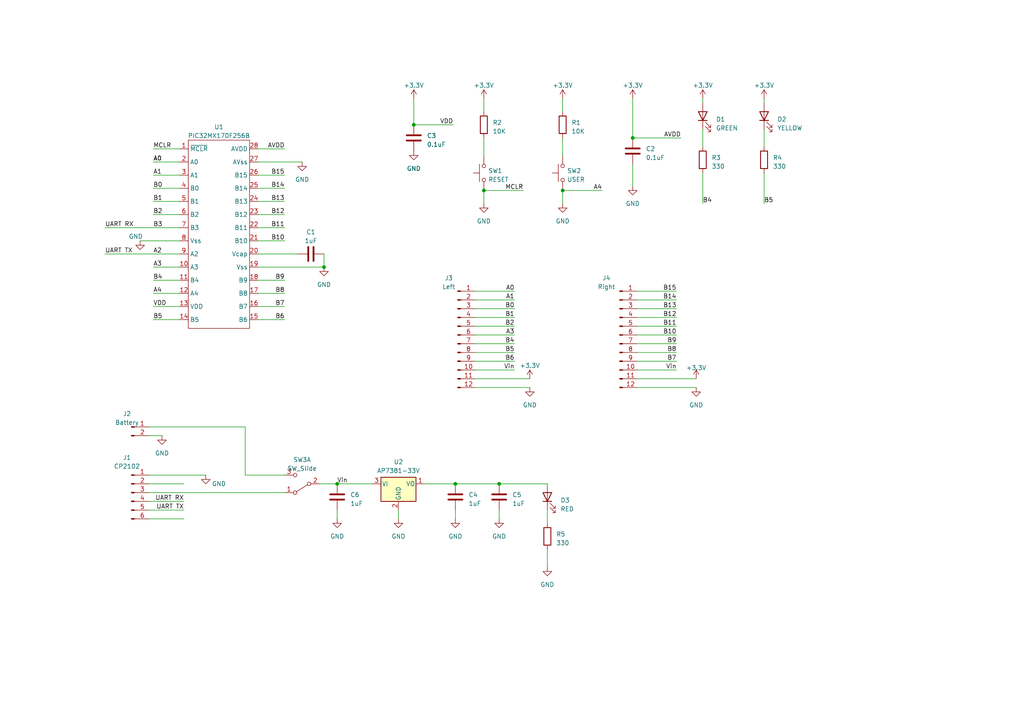
<source format=kicad_sch>
(kicad_sch (version 20230121) (generator eeschema)

  (uuid ae1fc50d-3215-410f-9d08-8e96b5bfe084)

  (paper "A4")

  (title_block
    (title "ME433 PIC32 Circuit Diagram")
    (date "2023-04-07")
    (rev "v1")
    (comment 1 "Author: Mark Zhang")
  )

  (lib_symbols
    (symbol "Connector:Conn_01x02_Pin" (pin_names (offset 1.016) hide) (in_bom yes) (on_board yes)
      (property "Reference" "J" (at 0 2.54 0)
        (effects (font (size 1.27 1.27)))
      )
      (property "Value" "Conn_01x02_Pin" (at 0 -5.08 0)
        (effects (font (size 1.27 1.27)))
      )
      (property "Footprint" "" (at 0 0 0)
        (effects (font (size 1.27 1.27)) hide)
      )
      (property "Datasheet" "~" (at 0 0 0)
        (effects (font (size 1.27 1.27)) hide)
      )
      (property "ki_locked" "" (at 0 0 0)
        (effects (font (size 1.27 1.27)))
      )
      (property "ki_keywords" "connector" (at 0 0 0)
        (effects (font (size 1.27 1.27)) hide)
      )
      (property "ki_description" "Generic connector, single row, 01x02, script generated" (at 0 0 0)
        (effects (font (size 1.27 1.27)) hide)
      )
      (property "ki_fp_filters" "Connector*:*_1x??_*" (at 0 0 0)
        (effects (font (size 1.27 1.27)) hide)
      )
      (symbol "Conn_01x02_Pin_1_1"
        (polyline
          (pts
            (xy 1.27 -2.54)
            (xy 0.8636 -2.54)
          )
          (stroke (width 0.1524) (type default))
          (fill (type none))
        )
        (polyline
          (pts
            (xy 1.27 0)
            (xy 0.8636 0)
          )
          (stroke (width 0.1524) (type default))
          (fill (type none))
        )
        (rectangle (start 0.8636 -2.413) (end 0 -2.667)
          (stroke (width 0.1524) (type default))
          (fill (type outline))
        )
        (rectangle (start 0.8636 0.127) (end 0 -0.127)
          (stroke (width 0.1524) (type default))
          (fill (type outline))
        )
        (pin passive line (at 5.08 0 180) (length 3.81)
          (name "Pin_1" (effects (font (size 1.27 1.27))))
          (number "1" (effects (font (size 1.27 1.27))))
        )
        (pin passive line (at 5.08 -2.54 180) (length 3.81)
          (name "Pin_2" (effects (font (size 1.27 1.27))))
          (number "2" (effects (font (size 1.27 1.27))))
        )
      )
    )
    (symbol "Connector:Conn_01x06_Pin" (pin_names (offset 1.016) hide) (in_bom yes) (on_board yes)
      (property "Reference" "J" (at 0 7.62 0)
        (effects (font (size 1.27 1.27)))
      )
      (property "Value" "Conn_01x06_Pin" (at 0 -10.16 0)
        (effects (font (size 1.27 1.27)))
      )
      (property "Footprint" "" (at 0 0 0)
        (effects (font (size 1.27 1.27)) hide)
      )
      (property "Datasheet" "~" (at 0 0 0)
        (effects (font (size 1.27 1.27)) hide)
      )
      (property "ki_locked" "" (at 0 0 0)
        (effects (font (size 1.27 1.27)))
      )
      (property "ki_keywords" "connector" (at 0 0 0)
        (effects (font (size 1.27 1.27)) hide)
      )
      (property "ki_description" "Generic connector, single row, 01x06, script generated" (at 0 0 0)
        (effects (font (size 1.27 1.27)) hide)
      )
      (property "ki_fp_filters" "Connector*:*_1x??_*" (at 0 0 0)
        (effects (font (size 1.27 1.27)) hide)
      )
      (symbol "Conn_01x06_Pin_1_1"
        (polyline
          (pts
            (xy 1.27 -7.62)
            (xy 0.8636 -7.62)
          )
          (stroke (width 0.1524) (type default))
          (fill (type none))
        )
        (polyline
          (pts
            (xy 1.27 -5.08)
            (xy 0.8636 -5.08)
          )
          (stroke (width 0.1524) (type default))
          (fill (type none))
        )
        (polyline
          (pts
            (xy 1.27 -2.54)
            (xy 0.8636 -2.54)
          )
          (stroke (width 0.1524) (type default))
          (fill (type none))
        )
        (polyline
          (pts
            (xy 1.27 0)
            (xy 0.8636 0)
          )
          (stroke (width 0.1524) (type default))
          (fill (type none))
        )
        (polyline
          (pts
            (xy 1.27 2.54)
            (xy 0.8636 2.54)
          )
          (stroke (width 0.1524) (type default))
          (fill (type none))
        )
        (polyline
          (pts
            (xy 1.27 5.08)
            (xy 0.8636 5.08)
          )
          (stroke (width 0.1524) (type default))
          (fill (type none))
        )
        (rectangle (start 0.8636 -7.493) (end 0 -7.747)
          (stroke (width 0.1524) (type default))
          (fill (type outline))
        )
        (rectangle (start 0.8636 -4.953) (end 0 -5.207)
          (stroke (width 0.1524) (type default))
          (fill (type outline))
        )
        (rectangle (start 0.8636 -2.413) (end 0 -2.667)
          (stroke (width 0.1524) (type default))
          (fill (type outline))
        )
        (rectangle (start 0.8636 0.127) (end 0 -0.127)
          (stroke (width 0.1524) (type default))
          (fill (type outline))
        )
        (rectangle (start 0.8636 2.667) (end 0 2.413)
          (stroke (width 0.1524) (type default))
          (fill (type outline))
        )
        (rectangle (start 0.8636 5.207) (end 0 4.953)
          (stroke (width 0.1524) (type default))
          (fill (type outline))
        )
        (pin passive line (at 5.08 5.08 180) (length 3.81)
          (name "Pin_1" (effects (font (size 1.27 1.27))))
          (number "1" (effects (font (size 1.27 1.27))))
        )
        (pin passive line (at 5.08 2.54 180) (length 3.81)
          (name "Pin_2" (effects (font (size 1.27 1.27))))
          (number "2" (effects (font (size 1.27 1.27))))
        )
        (pin passive line (at 5.08 0 180) (length 3.81)
          (name "Pin_3" (effects (font (size 1.27 1.27))))
          (number "3" (effects (font (size 1.27 1.27))))
        )
        (pin passive line (at 5.08 -2.54 180) (length 3.81)
          (name "Pin_4" (effects (font (size 1.27 1.27))))
          (number "4" (effects (font (size 1.27 1.27))))
        )
        (pin passive line (at 5.08 -5.08 180) (length 3.81)
          (name "Pin_5" (effects (font (size 1.27 1.27))))
          (number "5" (effects (font (size 1.27 1.27))))
        )
        (pin passive line (at 5.08 -7.62 180) (length 3.81)
          (name "Pin_6" (effects (font (size 1.27 1.27))))
          (number "6" (effects (font (size 1.27 1.27))))
        )
      )
    )
    (symbol "Connector:Conn_01x12_Pin" (pin_names (offset 1.016) hide) (in_bom yes) (on_board yes)
      (property "Reference" "J" (at 0 15.24 0)
        (effects (font (size 1.27 1.27)))
      )
      (property "Value" "Conn_01x12_Pin" (at 0 -17.78 0)
        (effects (font (size 1.27 1.27)))
      )
      (property "Footprint" "" (at 0 0 0)
        (effects (font (size 1.27 1.27)) hide)
      )
      (property "Datasheet" "~" (at 0 0 0)
        (effects (font (size 1.27 1.27)) hide)
      )
      (property "ki_locked" "" (at 0 0 0)
        (effects (font (size 1.27 1.27)))
      )
      (property "ki_keywords" "connector" (at 0 0 0)
        (effects (font (size 1.27 1.27)) hide)
      )
      (property "ki_description" "Generic connector, single row, 01x12, script generated" (at 0 0 0)
        (effects (font (size 1.27 1.27)) hide)
      )
      (property "ki_fp_filters" "Connector*:*_1x??_*" (at 0 0 0)
        (effects (font (size 1.27 1.27)) hide)
      )
      (symbol "Conn_01x12_Pin_1_1"
        (polyline
          (pts
            (xy 1.27 -15.24)
            (xy 0.8636 -15.24)
          )
          (stroke (width 0.1524) (type default))
          (fill (type none))
        )
        (polyline
          (pts
            (xy 1.27 -12.7)
            (xy 0.8636 -12.7)
          )
          (stroke (width 0.1524) (type default))
          (fill (type none))
        )
        (polyline
          (pts
            (xy 1.27 -10.16)
            (xy 0.8636 -10.16)
          )
          (stroke (width 0.1524) (type default))
          (fill (type none))
        )
        (polyline
          (pts
            (xy 1.27 -7.62)
            (xy 0.8636 -7.62)
          )
          (stroke (width 0.1524) (type default))
          (fill (type none))
        )
        (polyline
          (pts
            (xy 1.27 -5.08)
            (xy 0.8636 -5.08)
          )
          (stroke (width 0.1524) (type default))
          (fill (type none))
        )
        (polyline
          (pts
            (xy 1.27 -2.54)
            (xy 0.8636 -2.54)
          )
          (stroke (width 0.1524) (type default))
          (fill (type none))
        )
        (polyline
          (pts
            (xy 1.27 0)
            (xy 0.8636 0)
          )
          (stroke (width 0.1524) (type default))
          (fill (type none))
        )
        (polyline
          (pts
            (xy 1.27 2.54)
            (xy 0.8636 2.54)
          )
          (stroke (width 0.1524) (type default))
          (fill (type none))
        )
        (polyline
          (pts
            (xy 1.27 5.08)
            (xy 0.8636 5.08)
          )
          (stroke (width 0.1524) (type default))
          (fill (type none))
        )
        (polyline
          (pts
            (xy 1.27 7.62)
            (xy 0.8636 7.62)
          )
          (stroke (width 0.1524) (type default))
          (fill (type none))
        )
        (polyline
          (pts
            (xy 1.27 10.16)
            (xy 0.8636 10.16)
          )
          (stroke (width 0.1524) (type default))
          (fill (type none))
        )
        (polyline
          (pts
            (xy 1.27 12.7)
            (xy 0.8636 12.7)
          )
          (stroke (width 0.1524) (type default))
          (fill (type none))
        )
        (rectangle (start 0.8636 -15.113) (end 0 -15.367)
          (stroke (width 0.1524) (type default))
          (fill (type outline))
        )
        (rectangle (start 0.8636 -12.573) (end 0 -12.827)
          (stroke (width 0.1524) (type default))
          (fill (type outline))
        )
        (rectangle (start 0.8636 -10.033) (end 0 -10.287)
          (stroke (width 0.1524) (type default))
          (fill (type outline))
        )
        (rectangle (start 0.8636 -7.493) (end 0 -7.747)
          (stroke (width 0.1524) (type default))
          (fill (type outline))
        )
        (rectangle (start 0.8636 -4.953) (end 0 -5.207)
          (stroke (width 0.1524) (type default))
          (fill (type outline))
        )
        (rectangle (start 0.8636 -2.413) (end 0 -2.667)
          (stroke (width 0.1524) (type default))
          (fill (type outline))
        )
        (rectangle (start 0.8636 0.127) (end 0 -0.127)
          (stroke (width 0.1524) (type default))
          (fill (type outline))
        )
        (rectangle (start 0.8636 2.667) (end 0 2.413)
          (stroke (width 0.1524) (type default))
          (fill (type outline))
        )
        (rectangle (start 0.8636 5.207) (end 0 4.953)
          (stroke (width 0.1524) (type default))
          (fill (type outline))
        )
        (rectangle (start 0.8636 7.747) (end 0 7.493)
          (stroke (width 0.1524) (type default))
          (fill (type outline))
        )
        (rectangle (start 0.8636 10.287) (end 0 10.033)
          (stroke (width 0.1524) (type default))
          (fill (type outline))
        )
        (rectangle (start 0.8636 12.827) (end 0 12.573)
          (stroke (width 0.1524) (type default))
          (fill (type outline))
        )
        (pin passive line (at 5.08 12.7 180) (length 3.81)
          (name "Pin_1" (effects (font (size 1.27 1.27))))
          (number "1" (effects (font (size 1.27 1.27))))
        )
        (pin passive line (at 5.08 -10.16 180) (length 3.81)
          (name "Pin_10" (effects (font (size 1.27 1.27))))
          (number "10" (effects (font (size 1.27 1.27))))
        )
        (pin passive line (at 5.08 -12.7 180) (length 3.81)
          (name "Pin_11" (effects (font (size 1.27 1.27))))
          (number "11" (effects (font (size 1.27 1.27))))
        )
        (pin passive line (at 5.08 -15.24 180) (length 3.81)
          (name "Pin_12" (effects (font (size 1.27 1.27))))
          (number "12" (effects (font (size 1.27 1.27))))
        )
        (pin passive line (at 5.08 10.16 180) (length 3.81)
          (name "Pin_2" (effects (font (size 1.27 1.27))))
          (number "2" (effects (font (size 1.27 1.27))))
        )
        (pin passive line (at 5.08 7.62 180) (length 3.81)
          (name "Pin_3" (effects (font (size 1.27 1.27))))
          (number "3" (effects (font (size 1.27 1.27))))
        )
        (pin passive line (at 5.08 5.08 180) (length 3.81)
          (name "Pin_4" (effects (font (size 1.27 1.27))))
          (number "4" (effects (font (size 1.27 1.27))))
        )
        (pin passive line (at 5.08 2.54 180) (length 3.81)
          (name "Pin_5" (effects (font (size 1.27 1.27))))
          (number "5" (effects (font (size 1.27 1.27))))
        )
        (pin passive line (at 5.08 0 180) (length 3.81)
          (name "Pin_6" (effects (font (size 1.27 1.27))))
          (number "6" (effects (font (size 1.27 1.27))))
        )
        (pin passive line (at 5.08 -2.54 180) (length 3.81)
          (name "Pin_7" (effects (font (size 1.27 1.27))))
          (number "7" (effects (font (size 1.27 1.27))))
        )
        (pin passive line (at 5.08 -5.08 180) (length 3.81)
          (name "Pin_8" (effects (font (size 1.27 1.27))))
          (number "8" (effects (font (size 1.27 1.27))))
        )
        (pin passive line (at 5.08 -7.62 180) (length 3.81)
          (name "Pin_9" (effects (font (size 1.27 1.27))))
          (number "9" (effects (font (size 1.27 1.27))))
        )
      )
    )
    (symbol "Device:C" (pin_numbers hide) (pin_names (offset 0.254)) (in_bom yes) (on_board yes)
      (property "Reference" "C" (at 0.635 2.54 0)
        (effects (font (size 1.27 1.27)) (justify left))
      )
      (property "Value" "C" (at 0.635 -2.54 0)
        (effects (font (size 1.27 1.27)) (justify left))
      )
      (property "Footprint" "" (at 0.9652 -3.81 0)
        (effects (font (size 1.27 1.27)) hide)
      )
      (property "Datasheet" "~" (at 0 0 0)
        (effects (font (size 1.27 1.27)) hide)
      )
      (property "ki_keywords" "cap capacitor" (at 0 0 0)
        (effects (font (size 1.27 1.27)) hide)
      )
      (property "ki_description" "Unpolarized capacitor" (at 0 0 0)
        (effects (font (size 1.27 1.27)) hide)
      )
      (property "ki_fp_filters" "C_*" (at 0 0 0)
        (effects (font (size 1.27 1.27)) hide)
      )
      (symbol "C_0_1"
        (polyline
          (pts
            (xy -2.032 -0.762)
            (xy 2.032 -0.762)
          )
          (stroke (width 0.508) (type default))
          (fill (type none))
        )
        (polyline
          (pts
            (xy -2.032 0.762)
            (xy 2.032 0.762)
          )
          (stroke (width 0.508) (type default))
          (fill (type none))
        )
      )
      (symbol "C_1_1"
        (pin passive line (at 0 3.81 270) (length 2.794)
          (name "~" (effects (font (size 1.27 1.27))))
          (number "1" (effects (font (size 1.27 1.27))))
        )
        (pin passive line (at 0 -3.81 90) (length 2.794)
          (name "~" (effects (font (size 1.27 1.27))))
          (number "2" (effects (font (size 1.27 1.27))))
        )
      )
    )
    (symbol "Device:LED" (pin_numbers hide) (pin_names (offset 1.016) hide) (in_bom yes) (on_board yes)
      (property "Reference" "D" (at 0 2.54 0)
        (effects (font (size 1.27 1.27)))
      )
      (property "Value" "LED" (at 0 -2.54 0)
        (effects (font (size 1.27 1.27)))
      )
      (property "Footprint" "" (at 0 0 0)
        (effects (font (size 1.27 1.27)) hide)
      )
      (property "Datasheet" "~" (at 0 0 0)
        (effects (font (size 1.27 1.27)) hide)
      )
      (property "ki_keywords" "LED diode" (at 0 0 0)
        (effects (font (size 1.27 1.27)) hide)
      )
      (property "ki_description" "Light emitting diode" (at 0 0 0)
        (effects (font (size 1.27 1.27)) hide)
      )
      (property "ki_fp_filters" "LED* LED_SMD:* LED_THT:*" (at 0 0 0)
        (effects (font (size 1.27 1.27)) hide)
      )
      (symbol "LED_0_1"
        (polyline
          (pts
            (xy -1.27 -1.27)
            (xy -1.27 1.27)
          )
          (stroke (width 0.254) (type default))
          (fill (type none))
        )
        (polyline
          (pts
            (xy -1.27 0)
            (xy 1.27 0)
          )
          (stroke (width 0) (type default))
          (fill (type none))
        )
        (polyline
          (pts
            (xy 1.27 -1.27)
            (xy 1.27 1.27)
            (xy -1.27 0)
            (xy 1.27 -1.27)
          )
          (stroke (width 0.254) (type default))
          (fill (type none))
        )
        (polyline
          (pts
            (xy -3.048 -0.762)
            (xy -4.572 -2.286)
            (xy -3.81 -2.286)
            (xy -4.572 -2.286)
            (xy -4.572 -1.524)
          )
          (stroke (width 0) (type default))
          (fill (type none))
        )
        (polyline
          (pts
            (xy -1.778 -0.762)
            (xy -3.302 -2.286)
            (xy -2.54 -2.286)
            (xy -3.302 -2.286)
            (xy -3.302 -1.524)
          )
          (stroke (width 0) (type default))
          (fill (type none))
        )
      )
      (symbol "LED_1_1"
        (pin passive line (at -3.81 0 0) (length 2.54)
          (name "K" (effects (font (size 1.27 1.27))))
          (number "1" (effects (font (size 1.27 1.27))))
        )
        (pin passive line (at 3.81 0 180) (length 2.54)
          (name "A" (effects (font (size 1.27 1.27))))
          (number "2" (effects (font (size 1.27 1.27))))
        )
      )
    )
    (symbol "Device:R" (pin_numbers hide) (pin_names (offset 0)) (in_bom yes) (on_board yes)
      (property "Reference" "R" (at 2.032 0 90)
        (effects (font (size 1.27 1.27)))
      )
      (property "Value" "R" (at 0 0 90)
        (effects (font (size 1.27 1.27)))
      )
      (property "Footprint" "" (at -1.778 0 90)
        (effects (font (size 1.27 1.27)) hide)
      )
      (property "Datasheet" "~" (at 0 0 0)
        (effects (font (size 1.27 1.27)) hide)
      )
      (property "ki_keywords" "R res resistor" (at 0 0 0)
        (effects (font (size 1.27 1.27)) hide)
      )
      (property "ki_description" "Resistor" (at 0 0 0)
        (effects (font (size 1.27 1.27)) hide)
      )
      (property "ki_fp_filters" "R_*" (at 0 0 0)
        (effects (font (size 1.27 1.27)) hide)
      )
      (symbol "R_0_1"
        (rectangle (start -1.016 -2.54) (end 1.016 2.54)
          (stroke (width 0.254) (type default))
          (fill (type none))
        )
      )
      (symbol "R_1_1"
        (pin passive line (at 0 3.81 270) (length 1.27)
          (name "~" (effects (font (size 1.27 1.27))))
          (number "1" (effects (font (size 1.27 1.27))))
        )
        (pin passive line (at 0 -3.81 90) (length 1.27)
          (name "~" (effects (font (size 1.27 1.27))))
          (number "2" (effects (font (size 1.27 1.27))))
        )
      )
    )
    (symbol "ME433:AP7384-33SA" (pin_names (offset 0.254)) (in_bom yes) (on_board yes)
      (property "Reference" "U" (at 0 6.35 0)
        (effects (font (size 1.27 1.27)))
      )
      (property "Value" "AP7381-33V" (at -5.08 3.81 0)
        (effects (font (size 1.27 1.27)) (justify left))
      )
      (property "Footprint" "" (at 0 6.35 0)
        (effects (font (size 1.27 1.27) italic) hide)
      )
      (property "Datasheet" "" (at 0 -1.27 0)
        (effects (font (size 1.27 1.27)) hide)
      )
      (property "ki_keywords" "50mA LDO Regulator Fixed Positive" (at 0 0 0)
        (effects (font (size 1.27 1.27)) hide)
      )
      (property "ki_description" "50mA Low Dropout Voltage Regulator, Fixed Output 3.3V, Wide Input Voltage Range 40V, SOT-23" (at 0 0 0)
        (effects (font (size 1.27 1.27)) hide)
      )
      (property "ki_fp_filters" "SOT?23*" (at 0 0 0)
        (effects (font (size 1.27 1.27)) hide)
      )
      (symbol "AP7384-33SA_0_1"
        (rectangle (start -5.08 1.905) (end 5.08 -5.08)
          (stroke (width 0.254) (type default))
          (fill (type background))
        )
      )
      (symbol "AP7384-33SA_1_1"
        (pin power_out line (at 7.62 0 180) (length 2.54)
          (name "VO" (effects (font (size 1.27 1.27))))
          (number "1" (effects (font (size 1.27 1.27))))
        )
        (pin power_in line (at 0 -7.62 90) (length 2.54)
          (name "GND" (effects (font (size 1.27 1.27))))
          (number "2" (effects (font (size 1.27 1.27))))
        )
        (pin power_in line (at -7.62 0 0) (length 2.54)
          (name "VI" (effects (font (size 1.27 1.27))))
          (number "3" (effects (font (size 1.27 1.27))))
        )
      )
    )
    (symbol "ME433:pic32mx170f256b" (in_bom yes) (on_board yes)
      (property "Reference" "U" (at -7.62 25.4 0)
        (effects (font (size 1.27 1.27)))
      )
      (property "Value" "PIC32MX170F256B" (at 0 22.86 0)
        (effects (font (size 1.27 1.27)))
      )
      (property "Footprint" "" (at 0 0 0)
        (effects (font (size 1.27 1.27)) hide)
      )
      (property "Datasheet" "" (at 0 0 0)
        (effects (font (size 1.27 1.27)) hide)
      )
      (symbol "pic32mx170f256b_0_1"
        (rectangle (start -8.89 21.59) (end 8.89 -33.02)
          (stroke (width 0) (type default))
          (fill (type none))
        )
      )
      (symbol "pic32mx170f256b_1_1"
        (pin input line (at -11.43 19.05 0) (length 2.54)
          (name "~{MCLR}" (effects (font (size 1.27 1.27))))
          (number "1" (effects (font (size 1.27 1.27))))
        )
        (pin bidirectional line (at -11.43 -15.24 0) (length 2.54)
          (name "A3" (effects (font (size 1.27 1.27))))
          (number "10" (effects (font (size 1.27 1.27))))
        )
        (pin bidirectional line (at -11.43 -19.05 0) (length 2.54)
          (name "B4" (effects (font (size 1.27 1.27))))
          (number "11" (effects (font (size 1.27 1.27))))
        )
        (pin bidirectional line (at -11.43 -22.86 0) (length 2.54)
          (name "A4" (effects (font (size 1.27 1.27))))
          (number "12" (effects (font (size 1.27 1.27))))
        )
        (pin bidirectional line (at -11.43 -26.67 0) (length 2.54)
          (name "VDD" (effects (font (size 1.27 1.27))))
          (number "13" (effects (font (size 1.27 1.27))))
        )
        (pin bidirectional line (at -11.43 -30.48 0) (length 2.54)
          (name "B5" (effects (font (size 1.27 1.27))))
          (number "14" (effects (font (size 1.27 1.27))))
        )
        (pin bidirectional line (at 11.43 -30.48 180) (length 2.54)
          (name "B6" (effects (font (size 1.27 1.27))))
          (number "15" (effects (font (size 1.27 1.27))))
        )
        (pin bidirectional line (at 11.43 -26.67 180) (length 2.54)
          (name "B7" (effects (font (size 1.27 1.27))))
          (number "16" (effects (font (size 1.27 1.27))))
        )
        (pin bidirectional line (at 11.43 -22.86 180) (length 2.54)
          (name "B8" (effects (font (size 1.27 1.27))))
          (number "17" (effects (font (size 1.27 1.27))))
        )
        (pin bidirectional line (at 11.43 -19.05 180) (length 2.54)
          (name "B9" (effects (font (size 1.27 1.27))))
          (number "18" (effects (font (size 1.27 1.27))))
        )
        (pin bidirectional line (at 11.43 -15.24 180) (length 2.54)
          (name "Vss" (effects (font (size 1.27 1.27))))
          (number "19" (effects (font (size 1.27 1.27))))
        )
        (pin bidirectional line (at -11.43 15.24 0) (length 2.54)
          (name "A0" (effects (font (size 1.27 1.27))))
          (number "2" (effects (font (size 1.27 1.27))))
        )
        (pin bidirectional line (at 11.43 -11.43 180) (length 2.54)
          (name "Vcap" (effects (font (size 1.27 1.27))))
          (number "20" (effects (font (size 1.27 1.27))))
        )
        (pin bidirectional line (at 11.43 -7.62 180) (length 2.54)
          (name "B10" (effects (font (size 1.27 1.27))))
          (number "21" (effects (font (size 1.27 1.27))))
        )
        (pin bidirectional line (at 11.43 -3.81 180) (length 2.54)
          (name "B11" (effects (font (size 1.27 1.27))))
          (number "22" (effects (font (size 1.27 1.27))))
        )
        (pin bidirectional line (at 11.43 0 180) (length 2.54)
          (name "B12" (effects (font (size 1.27 1.27))))
          (number "23" (effects (font (size 1.27 1.27))))
        )
        (pin bidirectional line (at 11.43 3.81 180) (length 2.54)
          (name "B13" (effects (font (size 1.27 1.27))))
          (number "24" (effects (font (size 1.27 1.27))))
        )
        (pin bidirectional line (at 11.43 7.62 180) (length 2.54)
          (name "B14" (effects (font (size 1.27 1.27))))
          (number "25" (effects (font (size 1.27 1.27))))
        )
        (pin bidirectional line (at 11.43 11.43 180) (length 2.54)
          (name "B15" (effects (font (size 1.27 1.27))))
          (number "26" (effects (font (size 1.27 1.27))))
        )
        (pin bidirectional line (at 11.43 15.24 180) (length 2.54)
          (name "AVss" (effects (font (size 1.27 1.27))))
          (number "27" (effects (font (size 1.27 1.27))))
        )
        (pin bidirectional line (at 11.43 19.05 180) (length 2.54)
          (name "AVDD" (effects (font (size 1.27 1.27))))
          (number "28" (effects (font (size 1.27 1.27))))
        )
        (pin bidirectional line (at -11.43 11.43 0) (length 2.54)
          (name "A1" (effects (font (size 1.27 1.27))))
          (number "3" (effects (font (size 1.27 1.27))))
        )
        (pin bidirectional line (at -11.43 7.62 0) (length 2.54)
          (name "B0" (effects (font (size 1.27 1.27))))
          (number "4" (effects (font (size 1.27 1.27))))
        )
        (pin bidirectional line (at -11.43 3.81 0) (length 2.54)
          (name "B1" (effects (font (size 1.27 1.27))))
          (number "5" (effects (font (size 1.27 1.27))))
        )
        (pin bidirectional line (at -11.43 0 0) (length 2.54)
          (name "B2" (effects (font (size 1.27 1.27))))
          (number "6" (effects (font (size 1.27 1.27))))
        )
        (pin bidirectional line (at -11.43 -3.81 0) (length 2.54)
          (name "B3" (effects (font (size 1.27 1.27))))
          (number "7" (effects (font (size 1.27 1.27))))
        )
        (pin bidirectional line (at -11.43 -7.62 0) (length 2.54)
          (name "Vss" (effects (font (size 1.27 1.27))))
          (number "8" (effects (font (size 1.27 1.27))))
        )
        (pin bidirectional line (at -11.43 -11.43 0) (length 2.54)
          (name "A2" (effects (font (size 1.27 1.27))))
          (number "9" (effects (font (size 1.27 1.27))))
        )
      )
    )
    (symbol "Switch:SW_DPDT_x2" (pin_names (offset 0) hide) (in_bom yes) (on_board yes)
      (property "Reference" "SW" (at 0 4.318 0)
        (effects (font (size 1.27 1.27)))
      )
      (property "Value" "SW_DPDT_x2" (at 0 -5.08 0)
        (effects (font (size 1.27 1.27)))
      )
      (property "Footprint" "" (at 0 0 0)
        (effects (font (size 1.27 1.27)) hide)
      )
      (property "Datasheet" "~" (at 0 0 0)
        (effects (font (size 1.27 1.27)) hide)
      )
      (property "ki_keywords" "switch dual-pole double-throw DPDT spdt ON-ON" (at 0 0 0)
        (effects (font (size 1.27 1.27)) hide)
      )
      (property "ki_description" "Switch, dual pole double throw, separate symbols" (at 0 0 0)
        (effects (font (size 1.27 1.27)) hide)
      )
      (property "ki_fp_filters" "SW*DPDT*" (at 0 0 0)
        (effects (font (size 1.27 1.27)) hide)
      )
      (symbol "SW_DPDT_x2_0_0"
        (circle (center -2.032 0) (radius 0.508)
          (stroke (width 0) (type default))
          (fill (type none))
        )
        (circle (center 2.032 -2.54) (radius 0.508)
          (stroke (width 0) (type default))
          (fill (type none))
        )
      )
      (symbol "SW_DPDT_x2_0_1"
        (polyline
          (pts
            (xy -1.524 0.254)
            (xy 1.651 2.286)
          )
          (stroke (width 0) (type default))
          (fill (type none))
        )
        (circle (center 2.032 2.54) (radius 0.508)
          (stroke (width 0) (type default))
          (fill (type none))
        )
      )
      (symbol "SW_DPDT_x2_1_1"
        (pin passive line (at 5.08 2.54 180) (length 2.54)
          (name "A" (effects (font (size 1.27 1.27))))
          (number "1" (effects (font (size 1.27 1.27))))
        )
        (pin passive line (at -5.08 0 0) (length 2.54)
          (name "B" (effects (font (size 1.27 1.27))))
          (number "2" (effects (font (size 1.27 1.27))))
        )
        (pin passive line (at 5.08 -2.54 180) (length 2.54)
          (name "C" (effects (font (size 1.27 1.27))))
          (number "3" (effects (font (size 1.27 1.27))))
        )
      )
      (symbol "SW_DPDT_x2_2_1"
        (pin passive line (at 5.08 2.54 180) (length 2.54)
          (name "A" (effects (font (size 1.27 1.27))))
          (number "4" (effects (font (size 1.27 1.27))))
        )
        (pin passive line (at -5.08 0 0) (length 2.54)
          (name "B" (effects (font (size 1.27 1.27))))
          (number "5" (effects (font (size 1.27 1.27))))
        )
        (pin passive line (at 5.08 -2.54 180) (length 2.54)
          (name "C" (effects (font (size 1.27 1.27))))
          (number "6" (effects (font (size 1.27 1.27))))
        )
      )
    )
    (symbol "Switch:SW_Push" (pin_numbers hide) (pin_names (offset 1.016) hide) (in_bom yes) (on_board yes)
      (property "Reference" "SW" (at 1.27 2.54 0)
        (effects (font (size 1.27 1.27)) (justify left))
      )
      (property "Value" "SW_Push" (at 0 -1.524 0)
        (effects (font (size 1.27 1.27)))
      )
      (property "Footprint" "" (at 0 5.08 0)
        (effects (font (size 1.27 1.27)) hide)
      )
      (property "Datasheet" "~" (at 0 5.08 0)
        (effects (font (size 1.27 1.27)) hide)
      )
      (property "ki_keywords" "switch normally-open pushbutton push-button" (at 0 0 0)
        (effects (font (size 1.27 1.27)) hide)
      )
      (property "ki_description" "Push button switch, generic, two pins" (at 0 0 0)
        (effects (font (size 1.27 1.27)) hide)
      )
      (symbol "SW_Push_0_1"
        (circle (center -2.032 0) (radius 0.508)
          (stroke (width 0) (type default))
          (fill (type none))
        )
        (polyline
          (pts
            (xy 0 1.27)
            (xy 0 3.048)
          )
          (stroke (width 0) (type default))
          (fill (type none))
        )
        (polyline
          (pts
            (xy 2.54 1.27)
            (xy -2.54 1.27)
          )
          (stroke (width 0) (type default))
          (fill (type none))
        )
        (circle (center 2.032 0) (radius 0.508)
          (stroke (width 0) (type default))
          (fill (type none))
        )
        (pin passive line (at -5.08 0 0) (length 2.54)
          (name "1" (effects (font (size 1.27 1.27))))
          (number "1" (effects (font (size 1.27 1.27))))
        )
        (pin passive line (at 5.08 0 180) (length 2.54)
          (name "2" (effects (font (size 1.27 1.27))))
          (number "2" (effects (font (size 1.27 1.27))))
        )
      )
    )
    (symbol "power:+3.3V" (power) (pin_names (offset 0)) (in_bom yes) (on_board yes)
      (property "Reference" "#PWR" (at 0 -3.81 0)
        (effects (font (size 1.27 1.27)) hide)
      )
      (property "Value" "+3.3V" (at 0 3.556 0)
        (effects (font (size 1.27 1.27)))
      )
      (property "Footprint" "" (at 0 0 0)
        (effects (font (size 1.27 1.27)) hide)
      )
      (property "Datasheet" "" (at 0 0 0)
        (effects (font (size 1.27 1.27)) hide)
      )
      (property "ki_keywords" "global power" (at 0 0 0)
        (effects (font (size 1.27 1.27)) hide)
      )
      (property "ki_description" "Power symbol creates a global label with name \"+3.3V\"" (at 0 0 0)
        (effects (font (size 1.27 1.27)) hide)
      )
      (symbol "+3.3V_0_1"
        (polyline
          (pts
            (xy -0.762 1.27)
            (xy 0 2.54)
          )
          (stroke (width 0) (type default))
          (fill (type none))
        )
        (polyline
          (pts
            (xy 0 0)
            (xy 0 2.54)
          )
          (stroke (width 0) (type default))
          (fill (type none))
        )
        (polyline
          (pts
            (xy 0 2.54)
            (xy 0.762 1.27)
          )
          (stroke (width 0) (type default))
          (fill (type none))
        )
      )
      (symbol "+3.3V_1_1"
        (pin power_in line (at 0 0 90) (length 0) hide
          (name "+3.3V" (effects (font (size 1.27 1.27))))
          (number "1" (effects (font (size 1.27 1.27))))
        )
      )
    )
    (symbol "power:GND" (power) (pin_names (offset 0)) (in_bom yes) (on_board yes)
      (property "Reference" "#PWR" (at 0 -6.35 0)
        (effects (font (size 1.27 1.27)) hide)
      )
      (property "Value" "GND" (at 0 -3.81 0)
        (effects (font (size 1.27 1.27)))
      )
      (property "Footprint" "" (at 0 0 0)
        (effects (font (size 1.27 1.27)) hide)
      )
      (property "Datasheet" "" (at 0 0 0)
        (effects (font (size 1.27 1.27)) hide)
      )
      (property "ki_keywords" "global power" (at 0 0 0)
        (effects (font (size 1.27 1.27)) hide)
      )
      (property "ki_description" "Power symbol creates a global label with name \"GND\" , ground" (at 0 0 0)
        (effects (font (size 1.27 1.27)) hide)
      )
      (symbol "GND_0_1"
        (polyline
          (pts
            (xy 0 0)
            (xy 0 -1.27)
            (xy 1.27 -1.27)
            (xy 0 -2.54)
            (xy -1.27 -1.27)
            (xy 0 -1.27)
          )
          (stroke (width 0) (type default))
          (fill (type none))
        )
      )
      (symbol "GND_1_1"
        (pin power_in line (at 0 0 270) (length 0) hide
          (name "GND" (effects (font (size 1.27 1.27))))
          (number "1" (effects (font (size 1.27 1.27))))
        )
      )
    )
  )

  (junction (at 144.78 140.335) (diameter 0) (color 0 0 0 0)
    (uuid 2aa12303-eba8-4fca-a973-3030a9c9d978)
  )
  (junction (at 183.515 40.005) (diameter 0) (color 0 0 0 0)
    (uuid a922065f-9309-4a6d-af11-fa80553433ef)
  )
  (junction (at 132.08 140.335) (diameter 0) (color 0 0 0 0)
    (uuid aa206869-50a0-4a9f-85a5-217ba88e1a31)
  )
  (junction (at 93.98 77.47) (diameter 0) (color 0 0 0 0)
    (uuid adb818c5-7800-418d-9c74-32545695fdc9)
  )
  (junction (at 120.015 36.195) (diameter 0) (color 0 0 0 0)
    (uuid babbe718-c989-4bb3-9efc-ffa9dea0fad7)
  )
  (junction (at 140.335 55.245) (diameter 0) (color 0 0 0 0)
    (uuid c36cdd57-2bd5-4bab-80a1-6e883aa6764b)
  )
  (junction (at 163.195 55.245) (diameter 0) (color 0 0 0 0)
    (uuid deae2174-913b-4ec0-9565-bec31f9b8ab0)
  )
  (junction (at 97.79 140.335) (diameter 0) (color 0 0 0 0)
    (uuid f13e681a-fc74-4f0a-b5c3-ec45bf607f3b)
  )

  (wire (pts (xy 184.785 97.155) (xy 196.215 97.155))
    (stroke (width 0) (type default))
    (uuid 01ebee54-41b1-4766-897f-a38c44282dd4)
  )
  (wire (pts (xy 144.78 147.955) (xy 144.78 150.495))
    (stroke (width 0) (type default))
    (uuid 06a2be29-fecb-4459-bbaa-54e48ae816da)
  )
  (wire (pts (xy 74.93 58.42) (xy 82.55 58.42))
    (stroke (width 0) (type default))
    (uuid 0a703e95-c71b-42b1-8477-3ef94bc8d83b)
  )
  (wire (pts (xy 137.795 92.075) (xy 149.225 92.075))
    (stroke (width 0) (type default))
    (uuid 0d7a6883-5724-4eda-9110-fcf3fd6d30c7)
  )
  (wire (pts (xy 137.795 107.315) (xy 149.225 107.315))
    (stroke (width 0) (type default))
    (uuid 1507ea22-d5c3-43a5-99ea-4970049aa74f)
  )
  (wire (pts (xy 92.71 140.335) (xy 97.79 140.335))
    (stroke (width 0) (type default))
    (uuid 1ad27888-7c06-4f63-8d7c-67d7bf432e94)
  )
  (wire (pts (xy 40.64 69.85) (xy 52.07 69.85))
    (stroke (width 0) (type default))
    (uuid 1f7e7e14-a84d-4f4a-bc78-fe5d7ee0038a)
  )
  (wire (pts (xy 74.93 62.23) (xy 82.55 62.23))
    (stroke (width 0) (type default))
    (uuid 223288a9-e253-4b32-bcd9-4a10fff76540)
  )
  (wire (pts (xy 221.615 50.165) (xy 221.615 59.055))
    (stroke (width 0) (type default))
    (uuid 265c4b3f-35b4-465c-99ff-18e7d8c5a6dd)
  )
  (wire (pts (xy 43.18 142.875) (xy 82.55 142.875))
    (stroke (width 0) (type default))
    (uuid 2685c779-18d7-4527-b895-0f164034d5b8)
  )
  (wire (pts (xy 137.795 86.995) (xy 149.225 86.995))
    (stroke (width 0) (type default))
    (uuid 268cec8e-b82b-4102-96e9-23dc633c256c)
  )
  (wire (pts (xy 43.18 150.495) (xy 53.34 150.495))
    (stroke (width 0) (type default))
    (uuid 298fdcfc-f198-4d51-87b9-1625029feb18)
  )
  (wire (pts (xy 184.785 89.535) (xy 196.215 89.535))
    (stroke (width 0) (type default))
    (uuid 2ad867ff-7ddf-47ce-baec-f08f4b8a12f2)
  )
  (wire (pts (xy 74.93 54.61) (xy 82.55 54.61))
    (stroke (width 0) (type default))
    (uuid 2c03098a-1067-4a4c-ab34-5a1c958d8a06)
  )
  (wire (pts (xy 71.12 137.795) (xy 82.55 137.795))
    (stroke (width 0) (type default))
    (uuid 2d35ff58-6998-41b9-9040-b2832324af0d)
  )
  (wire (pts (xy 74.93 92.71) (xy 82.55 92.71))
    (stroke (width 0) (type default))
    (uuid 2f74770a-2b26-460e-a5c9-47e198e790ad)
  )
  (wire (pts (xy 140.335 55.245) (xy 151.765 55.245))
    (stroke (width 0) (type default))
    (uuid 30e21b79-629c-4c70-a65e-0477a89c6a8d)
  )
  (wire (pts (xy 44.45 54.61) (xy 52.07 54.61))
    (stroke (width 0) (type default))
    (uuid 31ae1c1b-3da6-47ea-be82-e8d138d0bea8)
  )
  (wire (pts (xy 44.45 43.18) (xy 52.07 43.18))
    (stroke (width 0) (type default))
    (uuid 3295fa6f-735b-406c-84b2-f757073f9a7d)
  )
  (wire (pts (xy 137.795 99.695) (xy 149.225 99.695))
    (stroke (width 0) (type default))
    (uuid 33a4aea0-2e34-4ebd-b9df-2a1b70fdfd86)
  )
  (wire (pts (xy 203.835 37.465) (xy 203.835 42.545))
    (stroke (width 0) (type default))
    (uuid 3842e298-c455-41ae-a2dc-22abd2f8a477)
  )
  (wire (pts (xy 140.335 55.245) (xy 140.335 59.055))
    (stroke (width 0) (type default))
    (uuid 3afd0651-5156-4955-9fd7-631f88559af8)
  )
  (wire (pts (xy 137.795 94.615) (xy 149.225 94.615))
    (stroke (width 0) (type default))
    (uuid 3e0c1f26-9497-45b3-920e-3fcee3de5a58)
  )
  (wire (pts (xy 183.515 28.575) (xy 183.515 40.005))
    (stroke (width 0) (type default))
    (uuid 3ea53acc-0a7c-433a-8388-dd6af87e2dae)
  )
  (wire (pts (xy 74.93 81.28) (xy 82.55 81.28))
    (stroke (width 0) (type default))
    (uuid 3f4e208d-e280-4af7-b630-b59b60c0845e)
  )
  (wire (pts (xy 158.75 159.385) (xy 158.75 164.465))
    (stroke (width 0) (type default))
    (uuid 3fbda46c-18c8-49ed-b8b9-365e34377f2b)
  )
  (wire (pts (xy 74.93 88.9) (xy 82.55 88.9))
    (stroke (width 0) (type default))
    (uuid 40429b42-3948-419c-b218-af24ea92f303)
  )
  (wire (pts (xy 44.45 58.42) (xy 52.07 58.42))
    (stroke (width 0) (type default))
    (uuid 43073ee2-2913-4fb4-a934-b7a70380558a)
  )
  (wire (pts (xy 74.93 69.85) (xy 82.55 69.85))
    (stroke (width 0) (type default))
    (uuid 43495269-4ae5-4cfc-9c44-f0e93967aebe)
  )
  (wire (pts (xy 44.45 85.09) (xy 52.07 85.09))
    (stroke (width 0) (type default))
    (uuid 436cba76-9734-4c29-89d8-e92f12671107)
  )
  (wire (pts (xy 163.195 28.575) (xy 163.195 32.385))
    (stroke (width 0) (type default))
    (uuid 495a1d60-2695-4946-826d-e0b659a32f74)
  )
  (wire (pts (xy 184.785 99.695) (xy 196.215 99.695))
    (stroke (width 0) (type default))
    (uuid 4a5e6131-7601-4f18-ae55-61db5c337faa)
  )
  (wire (pts (xy 74.93 73.66) (xy 86.36 73.66))
    (stroke (width 0) (type default))
    (uuid 4b89cabb-b369-440c-a5ff-4c93ef086d8e)
  )
  (wire (pts (xy 221.615 28.575) (xy 221.615 29.845))
    (stroke (width 0) (type default))
    (uuid 4bfe98a6-a3c8-4d94-ab0e-642966bd545f)
  )
  (wire (pts (xy 120.015 36.195) (xy 131.445 36.195))
    (stroke (width 0) (type default))
    (uuid 4ef27e0a-a23a-4a60-a1c4-d55e376b72a9)
  )
  (wire (pts (xy 74.93 43.18) (xy 82.55 43.18))
    (stroke (width 0) (type default))
    (uuid 51a7cd5e-9e13-4ac5-8129-86d52b243a2c)
  )
  (wire (pts (xy 43.18 123.825) (xy 71.12 123.825))
    (stroke (width 0) (type default))
    (uuid 51cf8244-5e32-4ba2-85ef-29e3909d078f)
  )
  (wire (pts (xy 74.93 85.09) (xy 82.55 85.09))
    (stroke (width 0) (type default))
    (uuid 5c85f497-5948-45ac-8503-bbf7ec7fbd08)
  )
  (wire (pts (xy 184.785 94.615) (xy 196.215 94.615))
    (stroke (width 0) (type default))
    (uuid 6d68a37f-6e09-4489-9092-c238073284d2)
  )
  (wire (pts (xy 163.195 55.245) (xy 174.625 55.245))
    (stroke (width 0) (type default))
    (uuid 6d8d45f4-08e9-464a-a573-4345a9259eaf)
  )
  (wire (pts (xy 97.79 140.335) (xy 107.95 140.335))
    (stroke (width 0) (type default))
    (uuid 6e812d7b-fc76-4741-98d8-ee96ff9a0696)
  )
  (wire (pts (xy 74.93 66.04) (xy 82.55 66.04))
    (stroke (width 0) (type default))
    (uuid 6e9f76b6-b5ca-48dd-8e3f-9e22998ff815)
  )
  (wire (pts (xy 43.18 137.795) (xy 59.69 137.795))
    (stroke (width 0) (type default))
    (uuid 6f2efbcc-0df5-469e-8b47-4998396dc591)
  )
  (wire (pts (xy 137.795 84.455) (xy 149.225 84.455))
    (stroke (width 0) (type default))
    (uuid 7015465f-c2c1-4910-a98a-5df00d3c2b92)
  )
  (wire (pts (xy 97.79 147.955) (xy 97.79 150.495))
    (stroke (width 0) (type default))
    (uuid 7077836c-b8da-4a80-afbe-7de28a3a82a5)
  )
  (wire (pts (xy 43.18 145.415) (xy 53.34 145.415))
    (stroke (width 0) (type default))
    (uuid 717223ca-e1c5-4648-b33d-3e1b53f6916b)
  )
  (wire (pts (xy 44.45 46.99) (xy 52.07 46.99))
    (stroke (width 0) (type default))
    (uuid 71c168bd-10a1-48ce-a4cf-aa5c70bf5b41)
  )
  (wire (pts (xy 120.015 28.575) (xy 120.015 36.195))
    (stroke (width 0) (type default))
    (uuid 76d9d7ea-30e9-4c40-b318-dbe335dc5db6)
  )
  (wire (pts (xy 115.57 147.955) (xy 115.57 150.495))
    (stroke (width 0) (type default))
    (uuid 7a8ca08a-d3d1-448e-b9ba-34396d954cfa)
  )
  (wire (pts (xy 163.195 40.005) (xy 163.195 45.085))
    (stroke (width 0) (type default))
    (uuid 80cb935d-e18e-47a9-b1ed-34230d8d0014)
  )
  (wire (pts (xy 183.515 40.005) (xy 197.485 40.005))
    (stroke (width 0) (type default))
    (uuid 816f6f22-6017-4d95-95dc-02e68fdb6ec6)
  )
  (wire (pts (xy 132.08 140.335) (xy 144.78 140.335))
    (stroke (width 0) (type default))
    (uuid 8344f7c9-f6d1-448e-9a1b-8262129015f5)
  )
  (wire (pts (xy 30.48 66.04) (xy 52.07 66.04))
    (stroke (width 0) (type default))
    (uuid 9645d32c-9a6b-4045-90e8-6adb943289cd)
  )
  (wire (pts (xy 140.335 40.005) (xy 140.335 45.085))
    (stroke (width 0) (type default))
    (uuid 9a6a27d5-bf1d-4a63-8f69-2d5f736ab1dc)
  )
  (wire (pts (xy 163.195 55.245) (xy 163.195 59.055))
    (stroke (width 0) (type default))
    (uuid 9be11246-29fd-4046-8c44-cb5cf4325fa8)
  )
  (wire (pts (xy 203.835 50.165) (xy 203.835 59.055))
    (stroke (width 0) (type default))
    (uuid a2dcd99b-8be7-4f34-8be2-5ed6ea171bc9)
  )
  (wire (pts (xy 137.795 89.535) (xy 149.225 89.535))
    (stroke (width 0) (type default))
    (uuid a66e897d-f124-40e3-8978-3dd4350d9da1)
  )
  (wire (pts (xy 184.785 109.855) (xy 201.93 109.855))
    (stroke (width 0) (type default))
    (uuid a853f2b5-2d8c-4279-8311-8b9cd3444c51)
  )
  (wire (pts (xy 93.98 73.66) (xy 93.98 77.47))
    (stroke (width 0) (type default))
    (uuid aad70d00-2d9e-4541-9007-34a336499d74)
  )
  (wire (pts (xy 74.93 46.99) (xy 87.63 46.99))
    (stroke (width 0) (type default))
    (uuid ae96e80c-a87b-40cc-a579-384ae9b53336)
  )
  (wire (pts (xy 44.45 81.28) (xy 52.07 81.28))
    (stroke (width 0) (type default))
    (uuid af44a1ae-482d-4a17-8ae9-8bd2a931a903)
  )
  (wire (pts (xy 137.795 109.855) (xy 153.67 109.855))
    (stroke (width 0) (type default))
    (uuid afa5e2f2-eca5-48aa-8c73-bd2f544b7d6e)
  )
  (wire (pts (xy 184.785 84.455) (xy 196.215 84.455))
    (stroke (width 0) (type default))
    (uuid b0049b14-0949-4f33-866f-d0b227946d20)
  )
  (wire (pts (xy 43.18 147.955) (xy 53.34 147.955))
    (stroke (width 0) (type default))
    (uuid b63d052f-5bea-4409-a978-25115b0e6b5f)
  )
  (wire (pts (xy 74.93 50.8) (xy 82.55 50.8))
    (stroke (width 0) (type default))
    (uuid c1491cf8-9fdb-43d3-a09c-93e6b5e2a5c2)
  )
  (wire (pts (xy 184.785 104.775) (xy 196.215 104.775))
    (stroke (width 0) (type default))
    (uuid c2a071b8-dbd7-4fdb-8f44-31d83362301c)
  )
  (wire (pts (xy 183.515 47.625) (xy 183.515 53.975))
    (stroke (width 0) (type default))
    (uuid c5321228-995b-43e3-846d-0e75af41243c)
  )
  (wire (pts (xy 184.785 86.995) (xy 196.215 86.995))
    (stroke (width 0) (type default))
    (uuid c71dd9e6-330c-4ab9-baf8-840d9c3aa01f)
  )
  (wire (pts (xy 137.795 112.395) (xy 153.67 112.395))
    (stroke (width 0) (type default))
    (uuid c7df0463-45c3-41f3-972d-849187bca4e8)
  )
  (wire (pts (xy 184.785 92.075) (xy 196.215 92.075))
    (stroke (width 0) (type default))
    (uuid c9e5ff82-5417-4838-ba36-9a25c56fb813)
  )
  (wire (pts (xy 43.18 140.335) (xy 53.34 140.335))
    (stroke (width 0) (type default))
    (uuid ca22e503-826f-41cf-988d-9a2d8b4f1222)
  )
  (wire (pts (xy 184.785 107.315) (xy 196.215 107.315))
    (stroke (width 0) (type default))
    (uuid ca6c95e8-a18d-40f0-b73e-d525736340fb)
  )
  (wire (pts (xy 144.78 140.335) (xy 158.75 140.335))
    (stroke (width 0) (type default))
    (uuid cb18bac1-bd45-4948-8178-7b73ca2cfe18)
  )
  (wire (pts (xy 132.08 147.955) (xy 132.08 150.495))
    (stroke (width 0) (type default))
    (uuid d028dca9-ac4e-490f-9376-703829bf0aae)
  )
  (wire (pts (xy 140.335 28.575) (xy 140.335 32.385))
    (stroke (width 0) (type default))
    (uuid d02eb295-271c-42fa-ae71-699729f9465b)
  )
  (wire (pts (xy 44.45 92.71) (xy 52.07 92.71))
    (stroke (width 0) (type default))
    (uuid d1d9c697-214b-475f-b19f-7ca81db6abb5)
  )
  (wire (pts (xy 74.93 77.47) (xy 93.98 77.47))
    (stroke (width 0) (type default))
    (uuid d1f0261a-325d-4f84-86f8-9e27b5f7ced7)
  )
  (wire (pts (xy 158.75 147.955) (xy 158.75 151.765))
    (stroke (width 0) (type default))
    (uuid d2bd5464-b8ea-4531-95b5-957fb6be1345)
  )
  (wire (pts (xy 137.795 102.235) (xy 149.225 102.235))
    (stroke (width 0) (type default))
    (uuid d545cc03-5055-4ad2-948c-da8663416603)
  )
  (wire (pts (xy 123.19 140.335) (xy 132.08 140.335))
    (stroke (width 0) (type default))
    (uuid d7cc49cc-9564-4745-9edc-04a30ac0257e)
  )
  (wire (pts (xy 43.18 126.365) (xy 46.99 126.365))
    (stroke (width 0) (type default))
    (uuid e1b71c10-1d0b-4167-acd1-22580a1439ba)
  )
  (wire (pts (xy 71.12 123.825) (xy 71.12 137.795))
    (stroke (width 0) (type default))
    (uuid e20cac85-ee25-476c-a354-b284e8588c16)
  )
  (wire (pts (xy 203.835 28.575) (xy 203.835 29.845))
    (stroke (width 0) (type default))
    (uuid e363e446-e587-47cb-8610-8655ada47cad)
  )
  (wire (pts (xy 44.45 62.23) (xy 52.07 62.23))
    (stroke (width 0) (type default))
    (uuid e3868fe9-47a6-4c50-8add-f3c0eed03ea8)
  )
  (wire (pts (xy 44.45 88.9) (xy 52.07 88.9))
    (stroke (width 0) (type default))
    (uuid e5840c58-71ea-44b3-888b-b19f570bcdd3)
  )
  (wire (pts (xy 221.615 37.465) (xy 221.615 42.545))
    (stroke (width 0) (type default))
    (uuid ea275a45-4621-4c2c-a6a2-f673c6649e04)
  )
  (wire (pts (xy 137.795 104.775) (xy 149.225 104.775))
    (stroke (width 0) (type default))
    (uuid ee7175b6-9625-468d-a820-2bcffcfdcdd0)
  )
  (wire (pts (xy 184.785 112.395) (xy 201.93 112.395))
    (stroke (width 0) (type default))
    (uuid f0956077-e2bd-4098-a5a4-98e0157686d6)
  )
  (wire (pts (xy 184.785 102.235) (xy 196.215 102.235))
    (stroke (width 0) (type default))
    (uuid f7d6473d-3794-4f2a-a641-a671eb5a4a67)
  )
  (wire (pts (xy 30.48 73.66) (xy 52.07 73.66))
    (stroke (width 0) (type default))
    (uuid f9299606-bf87-4fe9-b296-bb1ba6d8c820)
  )
  (wire (pts (xy 44.45 50.8) (xy 52.07 50.8))
    (stroke (width 0) (type default))
    (uuid fa32be97-8475-4cfe-8b11-d9ade9d8105d)
  )
  (wire (pts (xy 44.45 77.47) (xy 52.07 77.47))
    (stroke (width 0) (type default))
    (uuid fcc517ca-ec5c-4f7a-b2ac-df3f2614a200)
  )
  (wire (pts (xy 137.795 97.155) (xy 149.225 97.155))
    (stroke (width 0) (type default))
    (uuid fe726d30-9d04-4e38-aa1a-02cba62fc5a3)
  )

  (label "Vin" (at 149.225 107.315 180) (fields_autoplaced)
    (effects (font (size 1.27 1.27)) (justify right bottom))
    (uuid 0a3320a8-cbf2-4fd8-8544-f36da81765d8)
  )
  (label "B0" (at 149.225 89.535 180) (fields_autoplaced)
    (effects (font (size 1.27 1.27)) (justify right bottom))
    (uuid 111170ad-7169-4fab-a22d-4165149e124f)
  )
  (label "A0" (at 44.45 46.99 0) (fields_autoplaced)
    (effects (font (size 1.27 1.27)) (justify left bottom))
    (uuid 14d70c18-8550-4f65-b299-461ab194b997)
  )
  (label "A1" (at 44.45 50.8 0) (fields_autoplaced)
    (effects (font (size 1.27 1.27)) (justify left bottom))
    (uuid 1b51c15c-3e8d-40c4-b614-8049d576297a)
  )
  (label "UART RX" (at 53.34 145.415 180) (fields_autoplaced)
    (effects (font (size 1.27 1.27)) (justify right bottom))
    (uuid 1d30a5e6-9f94-49a8-84e5-3ac2a31f7b60)
  )
  (label "B12" (at 196.215 92.075 180) (fields_autoplaced)
    (effects (font (size 1.27 1.27)) (justify right bottom))
    (uuid 2142ab9a-79b5-43d6-ad63-0007e0832cbd)
  )
  (label "B6" (at 149.225 104.775 180) (fields_autoplaced)
    (effects (font (size 1.27 1.27)) (justify right bottom))
    (uuid 25beecc3-5abd-4781-aeef-a0e5a33d67cf)
  )
  (label "B5" (at 221.615 59.055 0) (fields_autoplaced)
    (effects (font (size 1.27 1.27)) (justify left bottom))
    (uuid 29ab07d3-afde-416d-be3e-1eefedacde2a)
  )
  (label "B4" (at 203.835 59.055 0) (fields_autoplaced)
    (effects (font (size 1.27 1.27)) (justify left bottom))
    (uuid 2c0c899e-6816-4f86-af5c-dcf529eb464f)
  )
  (label "MCLR" (at 44.45 43.18 0) (fields_autoplaced)
    (effects (font (size 1.27 1.27)) (justify left bottom))
    (uuid 2ff1adef-bce6-4f9a-bd5a-cd360f331c9e)
  )
  (label "B2" (at 149.225 94.615 180) (fields_autoplaced)
    (effects (font (size 1.27 1.27)) (justify right bottom))
    (uuid 31714f6c-58b2-46a3-af1c-18005623d660)
  )
  (label "B6" (at 82.55 92.71 180) (fields_autoplaced)
    (effects (font (size 1.27 1.27)) (justify right bottom))
    (uuid 327dba52-3fd0-422f-9b95-6dc8b6e230c0)
  )
  (label "B12" (at 82.55 62.23 180) (fields_autoplaced)
    (effects (font (size 1.27 1.27)) (justify right bottom))
    (uuid 39f35c78-cfaf-449f-8bcc-ea9a2d6e3e2e)
  )
  (label "B11" (at 196.215 94.615 180) (fields_autoplaced)
    (effects (font (size 1.27 1.27)) (justify right bottom))
    (uuid 3e027619-3c47-409d-bd9f-439cd3963d46)
  )
  (label "B14" (at 196.215 86.995 180) (fields_autoplaced)
    (effects (font (size 1.27 1.27)) (justify right bottom))
    (uuid 433db79b-8c31-4382-a7bb-e1e533f8a47e)
  )
  (label "B9" (at 82.55 81.28 180) (fields_autoplaced)
    (effects (font (size 1.27 1.27)) (justify right bottom))
    (uuid 442c4bda-dd0e-4513-84f5-0d50027a7a9c)
  )
  (label "B5" (at 149.225 102.235 180) (fields_autoplaced)
    (effects (font (size 1.27 1.27)) (justify right bottom))
    (uuid 4dc6fd54-b075-401f-bb72-50fb08e61b6f)
  )
  (label "VDD" (at 44.45 88.9 0) (fields_autoplaced)
    (effects (font (size 1.27 1.27)) (justify left bottom))
    (uuid 52c7d1bd-71bb-4ed4-873a-3f9c9d7b82c1)
  )
  (label "MCLR" (at 151.765 55.245 180) (fields_autoplaced)
    (effects (font (size 1.27 1.27)) (justify right bottom))
    (uuid 57d2b299-b2dd-4e46-8f58-aeb877da2429)
  )
  (label "B4" (at 44.45 81.28 0) (fields_autoplaced)
    (effects (font (size 1.27 1.27)) (justify left bottom))
    (uuid 5bc1d977-9189-4606-b44a-7b399372b65b)
  )
  (label "B9" (at 196.215 99.695 180) (fields_autoplaced)
    (effects (font (size 1.27 1.27)) (justify right bottom))
    (uuid 5cf74b31-3ce7-4a4e-a17a-3a8532c96abf)
  )
  (label "B2" (at 44.45 62.23 0) (fields_autoplaced)
    (effects (font (size 1.27 1.27)) (justify left bottom))
    (uuid 5d11d863-fc2b-4cfe-b627-f69f532d63f3)
  )
  (label "A0" (at 44.45 46.99 0) (fields_autoplaced)
    (effects (font (size 1.27 1.27)) (justify left bottom))
    (uuid 600a3ef5-8a6c-447f-a34c-11cf0b3b296e)
  )
  (label "B3" (at 44.45 66.04 0) (fields_autoplaced)
    (effects (font (size 1.27 1.27)) (justify left bottom))
    (uuid 63ff9df4-36c1-49c9-a71a-2e219f778980)
  )
  (label "A1" (at 149.225 86.995 180) (fields_autoplaced)
    (effects (font (size 1.27 1.27)) (justify right bottom))
    (uuid 64c3b7dd-ba53-47fc-bdea-6c8abd171964)
  )
  (label "B8" (at 196.215 102.235 180) (fields_autoplaced)
    (effects (font (size 1.27 1.27)) (justify right bottom))
    (uuid 69ef6c4c-4aea-4ad9-bfd4-097b9e142e52)
  )
  (label "B7" (at 82.55 88.9 180) (fields_autoplaced)
    (effects (font (size 1.27 1.27)) (justify right bottom))
    (uuid 6bb84a33-f155-45d7-88f5-b6e2e3ac388f)
  )
  (label "B8" (at 82.55 85.09 180) (fields_autoplaced)
    (effects (font (size 1.27 1.27)) (justify right bottom))
    (uuid 75722725-32fd-4dc7-af1c-9cf6ccb688ae)
  )
  (label "B7" (at 196.215 104.775 180) (fields_autoplaced)
    (effects (font (size 1.27 1.27)) (justify right bottom))
    (uuid 808ed47b-516c-43e8-a626-d8f0bbb0abd3)
  )
  (label "AVDD" (at 197.485 40.005 180) (fields_autoplaced)
    (effects (font (size 1.27 1.27)) (justify right bottom))
    (uuid 84794c42-f15f-42dd-b35f-cc27a2dfd632)
  )
  (label "B14" (at 82.55 54.61 180) (fields_autoplaced)
    (effects (font (size 1.27 1.27)) (justify right bottom))
    (uuid 8621ec11-75fe-4e2d-a69d-cef921befab2)
  )
  (label "A0" (at 149.225 84.455 180) (fields_autoplaced)
    (effects (font (size 1.27 1.27)) (justify right bottom))
    (uuid 8d8f58bc-d7ba-4aec-959d-cc1b3b5e310a)
  )
  (label "B1" (at 149.225 92.075 180) (fields_autoplaced)
    (effects (font (size 1.27 1.27)) (justify right bottom))
    (uuid 8eb7633a-41db-483b-943b-3915c0d60bf6)
  )
  (label "B15" (at 82.55 50.8 180) (fields_autoplaced)
    (effects (font (size 1.27 1.27)) (justify right bottom))
    (uuid 929477ca-1e54-4659-87a3-4621837913e9)
  )
  (label "B5" (at 44.45 92.71 0) (fields_autoplaced)
    (effects (font (size 1.27 1.27)) (justify left bottom))
    (uuid 94928d7c-e28a-46b6-a311-352a88670943)
  )
  (label "A3" (at 149.225 97.155 180) (fields_autoplaced)
    (effects (font (size 1.27 1.27)) (justify right bottom))
    (uuid 9585b9da-62ea-41ff-bfc1-93c1a40fdb7e)
  )
  (label "UART TX" (at 30.48 73.66 0) (fields_autoplaced)
    (effects (font (size 1.27 1.27)) (justify left bottom))
    (uuid 9604626e-b4eb-4626-8d31-4069d79e649d)
  )
  (label "B11" (at 82.55 66.04 180) (fields_autoplaced)
    (effects (font (size 1.27 1.27)) (justify right bottom))
    (uuid 962a7299-e02e-45e6-bb28-cfa9519e3ec9)
  )
  (label "B1" (at 44.45 58.42 0) (fields_autoplaced)
    (effects (font (size 1.27 1.27)) (justify left bottom))
    (uuid 99c08b4d-8480-40ac-8ff4-3493e8c57d27)
  )
  (label "B13" (at 196.215 89.535 180) (fields_autoplaced)
    (effects (font (size 1.27 1.27)) (justify right bottom))
    (uuid 9d1fb90d-8c2f-4350-8aa5-3664b7228123)
  )
  (label "A3" (at 44.45 77.47 0) (fields_autoplaced)
    (effects (font (size 1.27 1.27)) (justify left bottom))
    (uuid 9d8d6354-6b1b-4add-bb3e-a63495902026)
  )
  (label "B10" (at 82.55 69.85 180) (fields_autoplaced)
    (effects (font (size 1.27 1.27)) (justify right bottom))
    (uuid 9e8706bf-93da-4eac-8e90-f22e49eb224c)
  )
  (label "A2" (at 44.45 73.66 0) (fields_autoplaced)
    (effects (font (size 1.27 1.27)) (justify left bottom))
    (uuid a17f3ece-d6a0-48ff-a58d-219b00d8c958)
  )
  (label "AVDD" (at 82.55 43.18 180) (fields_autoplaced)
    (effects (font (size 1.27 1.27)) (justify right bottom))
    (uuid a2f5f2cc-5d75-4b03-9c44-bc5f92cd6534)
  )
  (label "Vin" (at 196.215 107.315 180) (fields_autoplaced)
    (effects (font (size 1.27 1.27)) (justify right bottom))
    (uuid a74ddc88-c707-4966-a0a6-8db77c471c6b)
  )
  (label "VDD" (at 131.445 36.195 180) (fields_autoplaced)
    (effects (font (size 1.27 1.27)) (justify right bottom))
    (uuid aaceaa2a-0e7c-4319-b221-150dff54c7e6)
  )
  (label "B10" (at 196.215 97.155 180) (fields_autoplaced)
    (effects (font (size 1.27 1.27)) (justify right bottom))
    (uuid ac69777d-d79c-4fa9-a66d-edc330e0a9e5)
  )
  (label "Vin" (at 97.79 140.335 0) (fields_autoplaced)
    (effects (font (size 1.27 1.27)) (justify left bottom))
    (uuid b64ee04d-fe4f-429a-a50c-c9c114dd12f1)
  )
  (label "B15" (at 196.215 84.455 180) (fields_autoplaced)
    (effects (font (size 1.27 1.27)) (justify right bottom))
    (uuid bd8d6c12-a946-4086-af5f-cd5073edcfc5)
  )
  (label "UART TX" (at 53.34 147.955 180) (fields_autoplaced)
    (effects (font (size 1.27 1.27)) (justify right bottom))
    (uuid cf99f96b-dc7a-470e-ae74-8b6096c91a8a)
  )
  (label "UART RX" (at 30.48 66.04 0) (fields_autoplaced)
    (effects (font (size 1.27 1.27)) (justify left bottom))
    (uuid d5febcf9-991a-40e3-879a-8e11b405d142)
  )
  (label "B0" (at 44.45 54.61 0) (fields_autoplaced)
    (effects (font (size 1.27 1.27)) (justify left bottom))
    (uuid dbc09f69-19b5-4a2b-bca8-e36cbbf44424)
  )
  (label "B13" (at 82.55 58.42 180) (fields_autoplaced)
    (effects (font (size 1.27 1.27)) (justify right bottom))
    (uuid dd37b1ca-5f24-48b0-bdc9-886beecd6c4b)
  )
  (label "B4" (at 149.225 99.695 180) (fields_autoplaced)
    (effects (font (size 1.27 1.27)) (justify right bottom))
    (uuid e9db6837-f0d8-4d61-976d-15a335016365)
  )
  (label "A4" (at 44.45 85.09 0) (fields_autoplaced)
    (effects (font (size 1.27 1.27)) (justify left bottom))
    (uuid edb3f20d-edf3-4b5f-b003-ea93842dd75d)
  )
  (label "A4" (at 174.625 55.245 180) (fields_autoplaced)
    (effects (font (size 1.27 1.27)) (justify right bottom))
    (uuid fbdcfe8a-f249-44ec-a987-9fe1fd2d8a55)
  )

  (symbol (lib_id "Connector:Conn_01x06_Pin") (at 38.1 142.875 0) (unit 1)
    (in_bom yes) (on_board yes) (dnp no)
    (uuid 01f2db6c-2516-4536-9b6d-eeb4d42e7b6b)
    (property "Reference" "J1" (at 36.83 132.715 0)
      (effects (font (size 1.27 1.27)))
    )
    (property "Value" "CP2102" (at 36.83 135.255 0)
      (effects (font (size 1.27 1.27)))
    )
    (property "Footprint" "Connector_PinSocket_2.54mm:PinSocket_1x06_P2.54mm_Vertical" (at 38.1 142.875 0)
      (effects (font (size 1.27 1.27)) hide)
    )
    (property "Datasheet" "~" (at 38.1 142.875 0)
      (effects (font (size 1.27 1.27)) hide)
    )
    (pin "1" (uuid 17838982-a2a7-4ce4-9a4f-f5b01d28a2e8))
    (pin "2" (uuid d6be5b72-63b4-4681-8487-505a849ee8e7))
    (pin "3" (uuid 795c282d-50a5-4825-b005-709f506bf84d))
    (pin "4" (uuid e9b51dbb-dab7-4cdd-aaca-2628ddc31cd9))
    (pin "5" (uuid 7f21e8e5-f40f-4cbf-bec1-6868bf12cee9))
    (pin "6" (uuid 6e63803b-a430-4333-a1e5-0604902a0682))
    (instances
      (project "hw4"
        (path "/ae1fc50d-3215-410f-9d08-8e96b5bfe084"
          (reference "J1") (unit 1)
        )
      )
    )
  )

  (symbol (lib_id "power:GND") (at 158.75 164.465 0) (unit 1)
    (in_bom yes) (on_board yes) (dnp no) (fields_autoplaced)
    (uuid 02def076-0a8b-4e85-84ee-a11f87faf733)
    (property "Reference" "#PWR017" (at 158.75 170.815 0)
      (effects (font (size 1.27 1.27)) hide)
    )
    (property "Value" "GND" (at 158.75 169.545 0)
      (effects (font (size 1.27 1.27)))
    )
    (property "Footprint" "" (at 158.75 164.465 0)
      (effects (font (size 1.27 1.27)) hide)
    )
    (property "Datasheet" "" (at 158.75 164.465 0)
      (effects (font (size 1.27 1.27)) hide)
    )
    (pin "1" (uuid bac70a2a-4eb5-4e9a-b37a-5be8fdeb32e6))
    (instances
      (project "hw4"
        (path "/ae1fc50d-3215-410f-9d08-8e96b5bfe084"
          (reference "#PWR017") (unit 1)
        )
      )
    )
  )

  (symbol (lib_id "power:GND") (at 144.78 150.495 0) (unit 1)
    (in_bom yes) (on_board yes) (dnp no) (fields_autoplaced)
    (uuid 0320b9a7-d415-421b-910c-6f6c7d0a8be1)
    (property "Reference" "#PWR016" (at 144.78 156.845 0)
      (effects (font (size 1.27 1.27)) hide)
    )
    (property "Value" "GND" (at 144.78 155.575 0)
      (effects (font (size 1.27 1.27)))
    )
    (property "Footprint" "" (at 144.78 150.495 0)
      (effects (font (size 1.27 1.27)) hide)
    )
    (property "Datasheet" "" (at 144.78 150.495 0)
      (effects (font (size 1.27 1.27)) hide)
    )
    (pin "1" (uuid cfb8734b-7543-4c90-8211-a329f894e8f7))
    (instances
      (project "hw4"
        (path "/ae1fc50d-3215-410f-9d08-8e96b5bfe084"
          (reference "#PWR016") (unit 1)
        )
      )
    )
  )

  (symbol (lib_id "Device:R") (at 163.195 36.195 0) (unit 1)
    (in_bom yes) (on_board yes) (dnp no) (fields_autoplaced)
    (uuid 03d92c9d-a4fc-43a4-a88c-f49710ea3f4c)
    (property "Reference" "R1" (at 165.735 35.56 0)
      (effects (font (size 1.27 1.27)) (justify left))
    )
    (property "Value" "10K" (at 165.735 38.1 0)
      (effects (font (size 1.27 1.27)) (justify left))
    )
    (property "Footprint" "Resistor_THT:R_Axial_DIN0207_L6.3mm_D2.5mm_P7.62mm_Horizontal" (at 161.417 36.195 90)
      (effects (font (size 1.27 1.27)) hide)
    )
    (property "Datasheet" "~" (at 163.195 36.195 0)
      (effects (font (size 1.27 1.27)) hide)
    )
    (pin "1" (uuid b1e222c8-433d-46c4-a783-f964d7ec0f93))
    (pin "2" (uuid 3bfc4ae4-7ed4-4865-9b7e-0baaeb1a5640))
    (instances
      (project "hw4"
        (path "/ae1fc50d-3215-410f-9d08-8e96b5bfe084"
          (reference "R1") (unit 1)
        )
      )
    )
  )

  (symbol (lib_id "power:+3.3V") (at 140.335 28.575 0) (unit 1)
    (in_bom yes) (on_board yes) (dnp no) (fields_autoplaced)
    (uuid 0f6371d6-b3bf-4569-ad6c-2d5e54496793)
    (property "Reference" "#PWR02" (at 140.335 32.385 0)
      (effects (font (size 1.27 1.27)) hide)
    )
    (property "Value" "+3.3V" (at 140.335 24.765 0)
      (effects (font (size 1.27 1.27)))
    )
    (property "Footprint" "" (at 140.335 28.575 0)
      (effects (font (size 1.27 1.27)) hide)
    )
    (property "Datasheet" "" (at 140.335 28.575 0)
      (effects (font (size 1.27 1.27)) hide)
    )
    (pin "1" (uuid 63d2f841-985e-4a7c-98b3-2441f88ec68b))
    (instances
      (project "hw4"
        (path "/ae1fc50d-3215-410f-9d08-8e96b5bfe084"
          (reference "#PWR02") (unit 1)
        )
      )
    )
  )

  (symbol (lib_id "power:GND") (at 132.08 150.495 0) (unit 1)
    (in_bom yes) (on_board yes) (dnp no) (fields_autoplaced)
    (uuid 102fa972-f72d-4821-9841-8cc2b9bf3dbb)
    (property "Reference" "#PWR015" (at 132.08 156.845 0)
      (effects (font (size 1.27 1.27)) hide)
    )
    (property "Value" "GND" (at 132.08 155.575 0)
      (effects (font (size 1.27 1.27)))
    )
    (property "Footprint" "" (at 132.08 150.495 0)
      (effects (font (size 1.27 1.27)) hide)
    )
    (property "Datasheet" "" (at 132.08 150.495 0)
      (effects (font (size 1.27 1.27)) hide)
    )
    (pin "1" (uuid 5f26e4de-b5e3-4c67-a4ec-0178cfd1c500))
    (instances
      (project "hw4"
        (path "/ae1fc50d-3215-410f-9d08-8e96b5bfe084"
          (reference "#PWR015") (unit 1)
        )
      )
    )
  )

  (symbol (lib_id "Device:C") (at 90.17 73.66 270) (unit 1)
    (in_bom yes) (on_board yes) (dnp no) (fields_autoplaced)
    (uuid 11e998c8-e2d6-47d4-abac-f91f660174cb)
    (property "Reference" "C1" (at 90.17 67.31 90)
      (effects (font (size 1.27 1.27)))
    )
    (property "Value" "1uF" (at 90.17 69.85 90)
      (effects (font (size 1.27 1.27)))
    )
    (property "Footprint" "Capacitor_THT:C_Disc_D5.1mm_W3.2mm_P5.00mm" (at 86.36 74.6252 0)
      (effects (font (size 1.27 1.27)) hide)
    )
    (property "Datasheet" "~" (at 90.17 73.66 0)
      (effects (font (size 1.27 1.27)) hide)
    )
    (pin "1" (uuid 31af5a33-39aa-44ee-8b36-1786c3f00d0a))
    (pin "2" (uuid d5bb951a-c695-48f8-90be-9d43f1144f70))
    (instances
      (project "hw4"
        (path "/ae1fc50d-3215-410f-9d08-8e96b5bfe084"
          (reference "C1") (unit 1)
        )
      )
    )
  )

  (symbol (lib_id "ME433:AP7384-33SA") (at 115.57 140.335 0) (unit 1)
    (in_bom yes) (on_board yes) (dnp no) (fields_autoplaced)
    (uuid 14fee3dc-192f-4c14-93ff-402ae7e4a517)
    (property "Reference" "U2" (at 115.57 133.985 0)
      (effects (font (size 1.27 1.27)))
    )
    (property "Value" "AP7381-33V" (at 115.57 136.525 0)
      (effects (font (size 1.27 1.27)))
    )
    (property "Footprint" "Package_TO_SOT_THT:TO-92L_Inline" (at 115.57 133.985 0)
      (effects (font (size 1.27 1.27) italic) hide)
    )
    (property "Datasheet" "" (at 115.57 141.605 0)
      (effects (font (size 1.27 1.27)) hide)
    )
    (pin "1" (uuid 334710ec-0900-4861-95a6-9aabf6d8b28b))
    (pin "2" (uuid 640f2563-0e1f-4cb8-a047-b48a358129ce))
    (pin "3" (uuid c4a99d3b-c6d4-4955-928b-5d1efec93d80))
    (instances
      (project "hw4"
        (path "/ae1fc50d-3215-410f-9d08-8e96b5bfe084"
          (reference "U2") (unit 1)
        )
      )
    )
  )

  (symbol (lib_id "Device:C") (at 97.79 144.145 0) (unit 1)
    (in_bom yes) (on_board yes) (dnp no) (fields_autoplaced)
    (uuid 1dd5ec27-b8a0-4b43-adae-5f04c17ed2b5)
    (property "Reference" "C6" (at 101.6 143.51 0)
      (effects (font (size 1.27 1.27)) (justify left))
    )
    (property "Value" "1uF" (at 101.6 146.05 0)
      (effects (font (size 1.27 1.27)) (justify left))
    )
    (property "Footprint" "Capacitor_THT:C_Disc_D5.1mm_W3.2mm_P5.00mm" (at 98.7552 147.955 0)
      (effects (font (size 1.27 1.27)) hide)
    )
    (property "Datasheet" "~" (at 97.79 144.145 0)
      (effects (font (size 1.27 1.27)) hide)
    )
    (pin "1" (uuid 3aefac19-b10a-4826-a28c-d8ea3ea9b6f8))
    (pin "2" (uuid 28c3319c-ce8b-48e3-ab80-939bce680a3f))
    (instances
      (project "hw4"
        (path "/ae1fc50d-3215-410f-9d08-8e96b5bfe084"
          (reference "C6") (unit 1)
        )
      )
    )
  )

  (symbol (lib_id "power:+3.3V") (at 163.195 28.575 0) (unit 1)
    (in_bom yes) (on_board yes) (dnp no) (fields_autoplaced)
    (uuid 1e076677-4f36-4bf1-8938-dc0a1feed2f3)
    (property "Reference" "#PWR03" (at 163.195 32.385 0)
      (effects (font (size 1.27 1.27)) hide)
    )
    (property "Value" "+3.3V" (at 163.195 24.765 0)
      (effects (font (size 1.27 1.27)))
    )
    (property "Footprint" "" (at 163.195 28.575 0)
      (effects (font (size 1.27 1.27)) hide)
    )
    (property "Datasheet" "" (at 163.195 28.575 0)
      (effects (font (size 1.27 1.27)) hide)
    )
    (pin "1" (uuid ba417899-a80b-424b-8f0a-06ef115ba387))
    (instances
      (project "hw4"
        (path "/ae1fc50d-3215-410f-9d08-8e96b5bfe084"
          (reference "#PWR03") (unit 1)
        )
      )
    )
  )

  (symbol (lib_id "power:+3.3V") (at 203.835 28.575 0) (unit 1)
    (in_bom yes) (on_board yes) (dnp no) (fields_autoplaced)
    (uuid 2703830f-c236-4880-aa00-636867f66c0a)
    (property "Reference" "#PWR09" (at 203.835 32.385 0)
      (effects (font (size 1.27 1.27)) hide)
    )
    (property "Value" "+3.3V" (at 203.835 24.765 0)
      (effects (font (size 1.27 1.27)))
    )
    (property "Footprint" "" (at 203.835 28.575 0)
      (effects (font (size 1.27 1.27)) hide)
    )
    (property "Datasheet" "" (at 203.835 28.575 0)
      (effects (font (size 1.27 1.27)) hide)
    )
    (pin "1" (uuid ced89fe2-7409-4e5f-994c-7203cefaf5f3))
    (instances
      (project "hw4"
        (path "/ae1fc50d-3215-410f-9d08-8e96b5bfe084"
          (reference "#PWR09") (unit 1)
        )
      )
    )
  )

  (symbol (lib_id "power:GND") (at 153.67 112.395 0) (unit 1)
    (in_bom yes) (on_board yes) (dnp no) (fields_autoplaced)
    (uuid 283a5c50-0d06-4cff-9d95-10642d740367)
    (property "Reference" "#PWR022" (at 153.67 118.745 0)
      (effects (font (size 1.27 1.27)) hide)
    )
    (property "Value" "GND" (at 153.67 117.475 0)
      (effects (font (size 1.27 1.27)))
    )
    (property "Footprint" "" (at 153.67 112.395 0)
      (effects (font (size 1.27 1.27)) hide)
    )
    (property "Datasheet" "" (at 153.67 112.395 0)
      (effects (font (size 1.27 1.27)) hide)
    )
    (pin "1" (uuid fdf51acf-98e6-4f70-84aa-6e809d411f97))
    (instances
      (project "hw4"
        (path "/ae1fc50d-3215-410f-9d08-8e96b5bfe084"
          (reference "#PWR022") (unit 1)
        )
      )
    )
  )

  (symbol (lib_id "Connector:Conn_01x12_Pin") (at 132.715 97.155 0) (unit 1)
    (in_bom yes) (on_board yes) (dnp no)
    (uuid 3a34f084-d0b9-403c-8722-c86220f1647d)
    (property "Reference" "J3" (at 130.175 80.645 0)
      (effects (font (size 1.27 1.27)))
    )
    (property "Value" "Left" (at 130.175 83.185 0)
      (effects (font (size 1.27 1.27)))
    )
    (property "Footprint" "Connector_PinSocket_2.54mm:PinSocket_1x12_P2.54mm_Vertical" (at 132.715 97.155 0)
      (effects (font (size 1.27 1.27)) hide)
    )
    (property "Datasheet" "~" (at 132.715 97.155 0)
      (effects (font (size 1.27 1.27)) hide)
    )
    (pin "1" (uuid 24b7abba-8a15-4798-a199-0e002793f078))
    (pin "10" (uuid d375c461-31c0-4aa6-91ec-369bf85b7f8e))
    (pin "11" (uuid 0d557e96-c52a-4513-8b96-21161091708c))
    (pin "12" (uuid 293ddd5c-45e0-4bb5-a94b-167368f799ce))
    (pin "2" (uuid f4a8f4b3-8032-447c-915a-035d029fb88e))
    (pin "3" (uuid 5eb8c29b-66f7-4147-b5bf-3b0cca81f73b))
    (pin "4" (uuid ab165cba-2f5f-4615-8d66-6f630e1c5ab4))
    (pin "5" (uuid 8379340a-ca19-48f6-8a52-71d0f1ec70eb))
    (pin "6" (uuid 3a01483b-897e-4a5b-8899-f3a8b0b4642d))
    (pin "7" (uuid f63e8271-0cb2-42c4-8fec-a9bba4973bc9))
    (pin "8" (uuid 9c793e4c-e140-4312-9908-724f55d998fd))
    (pin "9" (uuid 6710ee46-847a-47a7-b4c2-34ac7e3d4244))
    (instances
      (project "hw4"
        (path "/ae1fc50d-3215-410f-9d08-8e96b5bfe084"
          (reference "J3") (unit 1)
        )
      )
    )
  )

  (symbol (lib_id "Connector:Conn_01x02_Pin") (at 38.1 123.825 0) (unit 1)
    (in_bom yes) (on_board yes) (dnp no)
    (uuid 3d4588ef-10b3-4ed5-a09d-70d539e68b43)
    (property "Reference" "J2" (at 36.83 120.015 0)
      (effects (font (size 1.27 1.27)))
    )
    (property "Value" "Battery" (at 36.83 122.555 0)
      (effects (font (size 1.27 1.27)))
    )
    (property "Footprint" "Connector_PinSocket_2.54mm:PinSocket_1x02_P2.54mm_Vertical" (at 38.1 123.825 0)
      (effects (font (size 1.27 1.27)) hide)
    )
    (property "Datasheet" "~" (at 38.1 123.825 0)
      (effects (font (size 1.27 1.27)) hide)
    )
    (pin "1" (uuid 87c5cc80-c51f-403b-b6d0-22b0446fc87e))
    (pin "2" (uuid 51e74fae-d905-407e-9234-90b2482fbe9e))
    (instances
      (project "hw4"
        (path "/ae1fc50d-3215-410f-9d08-8e96b5bfe084"
          (reference "J2") (unit 1)
        )
      )
    )
  )

  (symbol (lib_id "power:GND") (at 120.015 43.815 0) (unit 1)
    (in_bom yes) (on_board yes) (dnp no) (fields_autoplaced)
    (uuid 3fabba9f-aeee-4b3c-a92f-cf8d7e7a75f0)
    (property "Reference" "#PWR011" (at 120.015 50.165 0)
      (effects (font (size 1.27 1.27)) hide)
    )
    (property "Value" "GND" (at 120.015 48.895 0)
      (effects (font (size 1.27 1.27)))
    )
    (property "Footprint" "" (at 120.015 43.815 0)
      (effects (font (size 1.27 1.27)) hide)
    )
    (property "Datasheet" "" (at 120.015 43.815 0)
      (effects (font (size 1.27 1.27)) hide)
    )
    (pin "1" (uuid e3ad6833-c58e-4fe7-908f-076735b2fef7))
    (instances
      (project "hw4"
        (path "/ae1fc50d-3215-410f-9d08-8e96b5bfe084"
          (reference "#PWR011") (unit 1)
        )
      )
    )
  )

  (symbol (lib_id "power:GND") (at 40.64 69.85 0) (unit 1)
    (in_bom yes) (on_board yes) (dnp no)
    (uuid 411259f4-c90b-4d85-804b-34ee6e2850f2)
    (property "Reference" "#PWR012" (at 40.64 76.2 0)
      (effects (font (size 1.27 1.27)) hide)
    )
    (property "Value" "GND" (at 39.37 68.58 0)
      (effects (font (size 1.27 1.27)))
    )
    (property "Footprint" "" (at 40.64 69.85 0)
      (effects (font (size 1.27 1.27)) hide)
    )
    (property "Datasheet" "" (at 40.64 69.85 0)
      (effects (font (size 1.27 1.27)) hide)
    )
    (pin "1" (uuid e70d6c42-9ef8-481f-968d-2a84082486b2))
    (instances
      (project "hw4"
        (path "/ae1fc50d-3215-410f-9d08-8e96b5bfe084"
          (reference "#PWR012") (unit 1)
        )
      )
    )
  )

  (symbol (lib_id "power:GND") (at 93.98 77.47 0) (unit 1)
    (in_bom yes) (on_board yes) (dnp no) (fields_autoplaced)
    (uuid 509eab4a-1dbf-4f05-a3d4-d819cc1199b3)
    (property "Reference" "#PWR08" (at 93.98 83.82 0)
      (effects (font (size 1.27 1.27)) hide)
    )
    (property "Value" "GND" (at 93.98 82.55 0)
      (effects (font (size 1.27 1.27)))
    )
    (property "Footprint" "" (at 93.98 77.47 0)
      (effects (font (size 1.27 1.27)) hide)
    )
    (property "Datasheet" "" (at 93.98 77.47 0)
      (effects (font (size 1.27 1.27)) hide)
    )
    (pin "1" (uuid 783c266a-cfd0-4030-939c-98291e656464))
    (instances
      (project "hw4"
        (path "/ae1fc50d-3215-410f-9d08-8e96b5bfe084"
          (reference "#PWR08") (unit 1)
        )
      )
    )
  )

  (symbol (lib_id "Device:LED") (at 203.835 33.655 90) (unit 1)
    (in_bom yes) (on_board yes) (dnp no) (fields_autoplaced)
    (uuid 512845d2-f5de-4771-b44a-055e5a1c2b05)
    (property "Reference" "D1" (at 207.645 34.6075 90)
      (effects (font (size 1.27 1.27)) (justify right))
    )
    (property "Value" "GREEN" (at 207.645 37.1475 90)
      (effects (font (size 1.27 1.27)) (justify right))
    )
    (property "Footprint" "LED_THT:LED_D3.0mm" (at 203.835 33.655 0)
      (effects (font (size 1.27 1.27)) hide)
    )
    (property "Datasheet" "~" (at 203.835 33.655 0)
      (effects (font (size 1.27 1.27)) hide)
    )
    (pin "1" (uuid f0dcc89b-d62b-4b06-b792-3154cf8ad21d))
    (pin "2" (uuid 1bf233ce-6dc8-4dcd-8b10-d904a32e73b4))
    (instances
      (project "hw4"
        (path "/ae1fc50d-3215-410f-9d08-8e96b5bfe084"
          (reference "D1") (unit 1)
        )
      )
    )
  )

  (symbol (lib_id "Device:R") (at 140.335 36.195 0) (unit 1)
    (in_bom yes) (on_board yes) (dnp no) (fields_autoplaced)
    (uuid 59950449-af20-4031-b667-f47fcfb6d1b0)
    (property "Reference" "R2" (at 142.875 35.56 0)
      (effects (font (size 1.27 1.27)) (justify left))
    )
    (property "Value" "10K" (at 142.875 38.1 0)
      (effects (font (size 1.27 1.27)) (justify left))
    )
    (property "Footprint" "Resistor_THT:R_Axial_DIN0207_L6.3mm_D2.5mm_P7.62mm_Horizontal" (at 138.557 36.195 90)
      (effects (font (size 1.27 1.27)) hide)
    )
    (property "Datasheet" "~" (at 140.335 36.195 0)
      (effects (font (size 1.27 1.27)) hide)
    )
    (pin "1" (uuid 4adeabf0-f7c7-4274-9af9-038837f74a2f))
    (pin "2" (uuid d3d29366-a419-4da4-9817-774ceec524eb))
    (instances
      (project "hw4"
        (path "/ae1fc50d-3215-410f-9d08-8e96b5bfe084"
          (reference "R2") (unit 1)
        )
      )
    )
  )

  (symbol (lib_id "Device:C") (at 144.78 144.145 0) (unit 1)
    (in_bom yes) (on_board yes) (dnp no) (fields_autoplaced)
    (uuid 5e74de28-7a83-4691-b9d0-30994c5d53f4)
    (property "Reference" "C5" (at 148.59 143.51 0)
      (effects (font (size 1.27 1.27)) (justify left))
    )
    (property "Value" "1uF" (at 148.59 146.05 0)
      (effects (font (size 1.27 1.27)) (justify left))
    )
    (property "Footprint" "Capacitor_THT:C_Disc_D5.1mm_W3.2mm_P5.00mm" (at 145.7452 147.955 0)
      (effects (font (size 1.27 1.27)) hide)
    )
    (property "Datasheet" "~" (at 144.78 144.145 0)
      (effects (font (size 1.27 1.27)) hide)
    )
    (pin "1" (uuid 4b0561e9-4dd0-48b0-a90f-4065b34458cb))
    (pin "2" (uuid 3a63ca72-1990-44e0-85e6-619261126e1e))
    (instances
      (project "hw4"
        (path "/ae1fc50d-3215-410f-9d08-8e96b5bfe084"
          (reference "C5") (unit 1)
        )
      )
    )
  )

  (symbol (lib_id "power:+3.3V") (at 153.67 109.855 0) (unit 1)
    (in_bom yes) (on_board yes) (dnp no) (fields_autoplaced)
    (uuid 645f99a5-05a1-42d6-a3f2-79dfbe3da6d6)
    (property "Reference" "#PWR021" (at 153.67 113.665 0)
      (effects (font (size 1.27 1.27)) hide)
    )
    (property "Value" "+3.3V" (at 153.67 106.045 0)
      (effects (font (size 1.27 1.27)))
    )
    (property "Footprint" "" (at 153.67 109.855 0)
      (effects (font (size 1.27 1.27)) hide)
    )
    (property "Datasheet" "" (at 153.67 109.855 0)
      (effects (font (size 1.27 1.27)) hide)
    )
    (pin "1" (uuid 81ef2d94-79a5-438b-a16c-f21f4ce4ef65))
    (instances
      (project "hw4"
        (path "/ae1fc50d-3215-410f-9d08-8e96b5bfe084"
          (reference "#PWR021") (unit 1)
        )
      )
    )
  )

  (symbol (lib_id "Switch:SW_DPDT_x2") (at 87.63 140.335 180) (unit 1)
    (in_bom yes) (on_board yes) (dnp no) (fields_autoplaced)
    (uuid 680b6be9-3b77-4839-9c71-aa69f991db3e)
    (property "Reference" "SW3" (at 87.63 133.35 0)
      (effects (font (size 1.27 1.27)))
    )
    (property "Value" "SW_Slide" (at 87.63 135.89 0)
      (effects (font (size 1.27 1.27)))
    )
    (property "Footprint" "ME433_footprint:Slide_sw" (at 87.63 140.335 0)
      (effects (font (size 1.27 1.27)) hide)
    )
    (property "Datasheet" "~" (at 87.63 140.335 0)
      (effects (font (size 1.27 1.27)) hide)
    )
    (pin "1" (uuid ac426013-5ae1-44e1-b036-293b97943734))
    (pin "2" (uuid 29bf425d-d28a-42f8-af3e-d1fd9c2558d3))
    (pin "3" (uuid 60c1b1f1-daeb-49fa-8bcb-9dd18f98277a))
    (pin "4" (uuid bbb0eddc-94ce-4b75-b684-eb94d2c8fba4))
    (pin "5" (uuid c58fb2b9-73fd-41a4-8f88-26315c4e9d56))
    (pin "6" (uuid 9ea94cfb-4919-4beb-a59d-7fd6b6159305))
    (instances
      (project "hw4"
        (path "/ae1fc50d-3215-410f-9d08-8e96b5bfe084"
          (reference "SW3") (unit 1)
        )
      )
    )
  )

  (symbol (lib_id "power:GND") (at 46.99 126.365 0) (unit 1)
    (in_bom yes) (on_board yes) (dnp no) (fields_autoplaced)
    (uuid 710889ab-3c2e-48ae-83a6-ceed87a79d41)
    (property "Reference" "#PWR019" (at 46.99 132.715 0)
      (effects (font (size 1.27 1.27)) hide)
    )
    (property "Value" "GND" (at 46.99 131.445 0)
      (effects (font (size 1.27 1.27)))
    )
    (property "Footprint" "" (at 46.99 126.365 0)
      (effects (font (size 1.27 1.27)) hide)
    )
    (property "Datasheet" "" (at 46.99 126.365 0)
      (effects (font (size 1.27 1.27)) hide)
    )
    (pin "1" (uuid 1036f98c-f582-4588-9acf-5e595de1f05d))
    (instances
      (project "hw4"
        (path "/ae1fc50d-3215-410f-9d08-8e96b5bfe084"
          (reference "#PWR019") (unit 1)
        )
      )
    )
  )

  (symbol (lib_id "Device:R") (at 158.75 155.575 0) (unit 1)
    (in_bom yes) (on_board yes) (dnp no) (fields_autoplaced)
    (uuid 7179fa1b-9ded-4770-90b1-930c228be549)
    (property "Reference" "R5" (at 161.29 154.94 0)
      (effects (font (size 1.27 1.27)) (justify left))
    )
    (property "Value" "330" (at 161.29 157.48 0)
      (effects (font (size 1.27 1.27)) (justify left))
    )
    (property "Footprint" "Resistor_THT:R_Axial_DIN0207_L6.3mm_D2.5mm_P7.62mm_Horizontal" (at 156.972 155.575 90)
      (effects (font (size 1.27 1.27)) hide)
    )
    (property "Datasheet" "~" (at 158.75 155.575 0)
      (effects (font (size 1.27 1.27)) hide)
    )
    (pin "1" (uuid d5d3614a-a19c-43a3-8f99-e92cb2011f5c))
    (pin "2" (uuid 09d65ac7-339a-49e8-974c-51a17de4c37e))
    (instances
      (project "hw4"
        (path "/ae1fc50d-3215-410f-9d08-8e96b5bfe084"
          (reference "R5") (unit 1)
        )
      )
    )
  )

  (symbol (lib_id "power:GND") (at 163.195 59.055 0) (unit 1)
    (in_bom yes) (on_board yes) (dnp no) (fields_autoplaced)
    (uuid 8571e149-4698-4a7c-ac2c-6208d28e1aff)
    (property "Reference" "#PWR04" (at 163.195 65.405 0)
      (effects (font (size 1.27 1.27)) hide)
    )
    (property "Value" "GND" (at 163.195 64.135 0)
      (effects (font (size 1.27 1.27)))
    )
    (property "Footprint" "" (at 163.195 59.055 0)
      (effects (font (size 1.27 1.27)) hide)
    )
    (property "Datasheet" "" (at 163.195 59.055 0)
      (effects (font (size 1.27 1.27)) hide)
    )
    (pin "1" (uuid 4dd95b9c-f527-4900-bddc-778f97d60090))
    (instances
      (project "hw4"
        (path "/ae1fc50d-3215-410f-9d08-8e96b5bfe084"
          (reference "#PWR04") (unit 1)
        )
      )
    )
  )

  (symbol (lib_id "power:GND") (at 97.79 150.495 0) (unit 1)
    (in_bom yes) (on_board yes) (dnp no) (fields_autoplaced)
    (uuid 873a21db-cb92-4bfc-9bd5-b9d5aac472a5)
    (property "Reference" "#PWR014" (at 97.79 156.845 0)
      (effects (font (size 1.27 1.27)) hide)
    )
    (property "Value" "GND" (at 97.79 155.575 0)
      (effects (font (size 1.27 1.27)))
    )
    (property "Footprint" "" (at 97.79 150.495 0)
      (effects (font (size 1.27 1.27)) hide)
    )
    (property "Datasheet" "" (at 97.79 150.495 0)
      (effects (font (size 1.27 1.27)) hide)
    )
    (pin "1" (uuid 508e6eae-c8ee-4341-87ab-29e906503529))
    (instances
      (project "hw4"
        (path "/ae1fc50d-3215-410f-9d08-8e96b5bfe084"
          (reference "#PWR014") (unit 1)
        )
      )
    )
  )

  (symbol (lib_id "power:GND") (at 183.515 53.975 0) (unit 1)
    (in_bom yes) (on_board yes) (dnp no) (fields_autoplaced)
    (uuid 8ce6c7c1-effd-48cd-b6de-3b10b83078fc)
    (property "Reference" "#PWR05" (at 183.515 60.325 0)
      (effects (font (size 1.27 1.27)) hide)
    )
    (property "Value" "GND" (at 183.515 59.055 0)
      (effects (font (size 1.27 1.27)))
    )
    (property "Footprint" "" (at 183.515 53.975 0)
      (effects (font (size 1.27 1.27)) hide)
    )
    (property "Datasheet" "" (at 183.515 53.975 0)
      (effects (font (size 1.27 1.27)) hide)
    )
    (pin "1" (uuid f02dd872-4d6b-41d4-85a4-95a0b7ca8505))
    (instances
      (project "hw4"
        (path "/ae1fc50d-3215-410f-9d08-8e96b5bfe084"
          (reference "#PWR05") (unit 1)
        )
      )
    )
  )

  (symbol (lib_id "Device:R") (at 203.835 46.355 0) (unit 1)
    (in_bom yes) (on_board yes) (dnp no) (fields_autoplaced)
    (uuid 8e1d9f4b-d082-4184-b12e-678b3645cbff)
    (property "Reference" "R3" (at 206.375 45.72 0)
      (effects (font (size 1.27 1.27)) (justify left))
    )
    (property "Value" "330" (at 206.375 48.26 0)
      (effects (font (size 1.27 1.27)) (justify left))
    )
    (property "Footprint" "Resistor_THT:R_Axial_DIN0207_L6.3mm_D2.5mm_P7.62mm_Horizontal" (at 202.057 46.355 90)
      (effects (font (size 1.27 1.27)) hide)
    )
    (property "Datasheet" "~" (at 203.835 46.355 0)
      (effects (font (size 1.27 1.27)) hide)
    )
    (pin "1" (uuid 375314ae-8882-4f4d-9b82-c304b39b2b89))
    (pin "2" (uuid b15c9666-de9c-4da6-8561-2dfd8b4dfc45))
    (instances
      (project "hw4"
        (path "/ae1fc50d-3215-410f-9d08-8e96b5bfe084"
          (reference "R3") (unit 1)
        )
      )
    )
  )

  (symbol (lib_id "power:GND") (at 59.69 137.795 0) (unit 1)
    (in_bom yes) (on_board yes) (dnp no)
    (uuid 8e2e7665-d277-46e2-813a-7bae322e7852)
    (property "Reference" "#PWR018" (at 59.69 144.145 0)
      (effects (font (size 1.27 1.27)) hide)
    )
    (property "Value" "GND" (at 63.5 140.335 0)
      (effects (font (size 1.27 1.27)))
    )
    (property "Footprint" "" (at 59.69 137.795 0)
      (effects (font (size 1.27 1.27)) hide)
    )
    (property "Datasheet" "" (at 59.69 137.795 0)
      (effects (font (size 1.27 1.27)) hide)
    )
    (pin "1" (uuid 827aca2d-1d1e-479c-b670-e579c1369d2a))
    (instances
      (project "hw4"
        (path "/ae1fc50d-3215-410f-9d08-8e96b5bfe084"
          (reference "#PWR018") (unit 1)
        )
      )
    )
  )

  (symbol (lib_id "Device:C") (at 132.08 144.145 0) (unit 1)
    (in_bom yes) (on_board yes) (dnp no) (fields_autoplaced)
    (uuid 925665db-f520-4875-8ce8-f6332625ca65)
    (property "Reference" "C4" (at 135.89 143.51 0)
      (effects (font (size 1.27 1.27)) (justify left))
    )
    (property "Value" "1uF" (at 135.89 146.05 0)
      (effects (font (size 1.27 1.27)) (justify left))
    )
    (property "Footprint" "Capacitor_THT:C_Disc_D5.1mm_W3.2mm_P5.00mm" (at 133.0452 147.955 0)
      (effects (font (size 1.27 1.27)) hide)
    )
    (property "Datasheet" "~" (at 132.08 144.145 0)
      (effects (font (size 1.27 1.27)) hide)
    )
    (pin "1" (uuid 6db088d2-af6d-44ff-99c7-f75eab052ac6))
    (pin "2" (uuid 205bb40d-a8a1-40e1-873d-cf1623d29c8b))
    (instances
      (project "hw4"
        (path "/ae1fc50d-3215-410f-9d08-8e96b5bfe084"
          (reference "C4") (unit 1)
        )
      )
    )
  )

  (symbol (lib_id "Switch:SW_Push") (at 163.195 50.165 90) (mirror x) (unit 1)
    (in_bom yes) (on_board yes) (dnp no) (fields_autoplaced)
    (uuid 95fc3125-f48a-4c32-849c-954a4692db88)
    (property "Reference" "SW2" (at 164.465 49.53 90)
      (effects (font (size 1.27 1.27)) (justify right))
    )
    (property "Value" "USER" (at 164.465 52.07 90)
      (effects (font (size 1.27 1.27)) (justify right))
    )
    (property "Footprint" "ME433_footprint:Pushbutton_sw" (at 158.115 50.165 0)
      (effects (font (size 1.27 1.27)) hide)
    )
    (property "Datasheet" "~" (at 158.115 50.165 0)
      (effects (font (size 1.27 1.27)) hide)
    )
    (pin "1" (uuid e9ca2581-bd2c-4dae-9b78-60be63cf5e72))
    (pin "2" (uuid 69cd572c-57db-425a-856c-1c182def62cd))
    (instances
      (project "hw4"
        (path "/ae1fc50d-3215-410f-9d08-8e96b5bfe084"
          (reference "SW2") (unit 1)
        )
      )
    )
  )

  (symbol (lib_id "ME433:pic32mx170f256b") (at 63.5 62.23 0) (unit 1)
    (in_bom yes) (on_board yes) (dnp no) (fields_autoplaced)
    (uuid 971e9f43-e038-43cf-8c8a-317ad80b78ff)
    (property "Reference" "U1" (at 63.5 36.83 0)
      (effects (font (size 1.27 1.27)))
    )
    (property "Value" "PIC32MX170F256B" (at 63.5 39.37 0)
      (effects (font (size 1.27 1.27)))
    )
    (property "Footprint" "Package_DIP:DIP-28_W7.62mm_Socket" (at 63.5 62.23 0)
      (effects (font (size 1.27 1.27)) hide)
    )
    (property "Datasheet" "" (at 63.5 62.23 0)
      (effects (font (size 1.27 1.27)) hide)
    )
    (pin "1" (uuid 75e34134-3763-46b3-a7b0-e37f13a750af))
    (pin "10" (uuid fdcdf57f-4f67-4a8f-9a50-e40ca26987b0))
    (pin "11" (uuid 5f09499d-b918-40c0-ba89-f1aea5a2dc65))
    (pin "12" (uuid 501535f7-afef-42e3-9888-98400ae78468))
    (pin "13" (uuid 06f5d56b-c662-4777-af39-f8a0ed7cd83e))
    (pin "14" (uuid 42b510bc-d4c6-4d0b-bc79-1c3c5697f09a))
    (pin "15" (uuid ea352e1a-85b6-4109-8d96-fc80329c4a22))
    (pin "16" (uuid 837f9f6e-46b5-4713-a249-71f22e21608d))
    (pin "17" (uuid 72bf3f9d-9c02-4617-804d-b4b67a9a3f68))
    (pin "18" (uuid b0b8de7a-eb57-4cf0-8da3-4e853d2ec633))
    (pin "19" (uuid 6847bc82-833a-4749-a6bb-976c7f9f439c))
    (pin "2" (uuid 5be2a26f-31c8-44b9-909b-a29fa0854e7c))
    (pin "20" (uuid bc0a9aa6-b352-4770-8c47-d23e89179033))
    (pin "21" (uuid a02b391d-79ed-4968-8055-0a8a906142c6))
    (pin "22" (uuid b4dbb7e2-e1f0-4f45-89f1-06535162e9a7))
    (pin "23" (uuid 7859ea84-1c99-470e-83c4-0032f5b8a881))
    (pin "24" (uuid 8baefbd8-fc7c-4014-a9ff-8ee3c95688d3))
    (pin "25" (uuid 08546f24-00f7-4387-9731-174a9353b370))
    (pin "26" (uuid fa011d86-06d1-4bb6-85e7-5eb182cc0554))
    (pin "27" (uuid aa5dd36f-da0d-4023-9428-d2b07027b932))
    (pin "28" (uuid c4286d6a-69e4-46b1-bf64-32de37dcab37))
    (pin "3" (uuid 0c3b0a59-2e7e-4325-92ba-287b8c6b749b))
    (pin "4" (uuid 29822ad2-5ac7-4afb-919b-9da00b644378))
    (pin "5" (uuid a23376b4-f38a-47a3-ab39-a40b14397d8e))
    (pin "6" (uuid d08467bc-cd98-4e9f-8f09-810a07502ec7))
    (pin "7" (uuid 8838209a-d55c-4ae2-98fc-b98003ee15f6))
    (pin "8" (uuid 030e5fd8-e1f8-4585-bd20-9f6defcb0b81))
    (pin "9" (uuid 025bfdc0-a4a0-4e89-99ba-dfb9cd637ee2))
    (instances
      (project "hw4"
        (path "/ae1fc50d-3215-410f-9d08-8e96b5bfe084"
          (reference "U1") (unit 1)
        )
      )
    )
  )

  (symbol (lib_id "Switch:SW_Push") (at 140.335 50.165 90) (mirror x) (unit 1)
    (in_bom yes) (on_board yes) (dnp no) (fields_autoplaced)
    (uuid 9892fcc4-d38e-48bb-ba17-a68d3809d56c)
    (property "Reference" "SW1" (at 141.605 49.53 90)
      (effects (font (size 1.27 1.27)) (justify right))
    )
    (property "Value" "RESET" (at 141.605 52.07 90)
      (effects (font (size 1.27 1.27)) (justify right))
    )
    (property "Footprint" "ME433_footprint:Pushbutton_sw" (at 135.255 50.165 0)
      (effects (font (size 1.27 1.27)) hide)
    )
    (property "Datasheet" "~" (at 135.255 50.165 0)
      (effects (font (size 1.27 1.27)) hide)
    )
    (pin "1" (uuid cd37e479-1361-4c08-a03d-18dae8cb81bc))
    (pin "2" (uuid da1533ea-64d0-4227-b5b2-fe0ee741ee3b))
    (instances
      (project "hw4"
        (path "/ae1fc50d-3215-410f-9d08-8e96b5bfe084"
          (reference "SW1") (unit 1)
        )
      )
    )
  )

  (symbol (lib_id "Device:LED") (at 158.75 144.145 90) (unit 1)
    (in_bom yes) (on_board yes) (dnp no) (fields_autoplaced)
    (uuid 9cc65967-3960-4fee-abf0-ce36219c48ad)
    (property "Reference" "D3" (at 162.56 145.0975 90)
      (effects (font (size 1.27 1.27)) (justify right))
    )
    (property "Value" "RED" (at 162.56 147.6375 90)
      (effects (font (size 1.27 1.27)) (justify right))
    )
    (property "Footprint" "LED_THT:LED_D3.0mm" (at 158.75 144.145 0)
      (effects (font (size 1.27 1.27)) hide)
    )
    (property "Datasheet" "~" (at 158.75 144.145 0)
      (effects (font (size 1.27 1.27)) hide)
    )
    (pin "1" (uuid d90f2aeb-c88c-4db2-b8df-558f57adbc3a))
    (pin "2" (uuid 985e441d-c2d3-4325-8820-8e38d47c76c3))
    (instances
      (project "hw4"
        (path "/ae1fc50d-3215-410f-9d08-8e96b5bfe084"
          (reference "D3") (unit 1)
        )
      )
    )
  )

  (symbol (lib_id "power:GND") (at 87.63 46.99 0) (unit 1)
    (in_bom yes) (on_board yes) (dnp no) (fields_autoplaced)
    (uuid 9dbf055f-3cd8-4c48-9349-329ba101ad92)
    (property "Reference" "#PWR07" (at 87.63 53.34 0)
      (effects (font (size 1.27 1.27)) hide)
    )
    (property "Value" "GND" (at 87.63 52.07 0)
      (effects (font (size 1.27 1.27)))
    )
    (property "Footprint" "" (at 87.63 46.99 0)
      (effects (font (size 1.27 1.27)) hide)
    )
    (property "Datasheet" "" (at 87.63 46.99 0)
      (effects (font (size 1.27 1.27)) hide)
    )
    (pin "1" (uuid 7e054137-1668-40c1-8189-455f263f2459))
    (instances
      (project "hw4"
        (path "/ae1fc50d-3215-410f-9d08-8e96b5bfe084"
          (reference "#PWR07") (unit 1)
        )
      )
    )
  )

  (symbol (lib_id "power:+3.3V") (at 201.93 109.855 0) (unit 1)
    (in_bom yes) (on_board yes) (dnp no) (fields_autoplaced)
    (uuid a6d13ce9-b86b-4cae-99be-91850d59582f)
    (property "Reference" "#PWR023" (at 201.93 113.665 0)
      (effects (font (size 1.27 1.27)) hide)
    )
    (property "Value" "+3.3V" (at 201.93 106.68 0)
      (effects (font (size 1.27 1.27)))
    )
    (property "Footprint" "" (at 201.93 109.855 0)
      (effects (font (size 1.27 1.27)) hide)
    )
    (property "Datasheet" "" (at 201.93 109.855 0)
      (effects (font (size 1.27 1.27)) hide)
    )
    (pin "1" (uuid 24e61980-98a5-4906-9bf6-8546959eadf1))
    (instances
      (project "hw4"
        (path "/ae1fc50d-3215-410f-9d08-8e96b5bfe084"
          (reference "#PWR023") (unit 1)
        )
      )
    )
  )

  (symbol (lib_id "Device:C") (at 120.015 40.005 180) (unit 1)
    (in_bom yes) (on_board yes) (dnp no) (fields_autoplaced)
    (uuid abdbb72f-b682-44d9-9ac5-72fdabf09b49)
    (property "Reference" "C3" (at 123.825 39.37 0)
      (effects (font (size 1.27 1.27)) (justify right))
    )
    (property "Value" "0.1uF" (at 123.825 41.91 0)
      (effects (font (size 1.27 1.27)) (justify right))
    )
    (property "Footprint" "Capacitor_THT:C_Disc_D3.4mm_W2.1mm_P2.50mm" (at 119.0498 36.195 0)
      (effects (font (size 1.27 1.27)) hide)
    )
    (property "Datasheet" "~" (at 120.015 40.005 0)
      (effects (font (size 1.27 1.27)) hide)
    )
    (pin "1" (uuid 3ce9e9ff-273b-426b-86cf-3bffa262ec53))
    (pin "2" (uuid 7af9c412-065c-4624-9880-df95485cfb5e))
    (instances
      (project "hw4"
        (path "/ae1fc50d-3215-410f-9d08-8e96b5bfe084"
          (reference "C3") (unit 1)
        )
      )
    )
  )

  (symbol (lib_id "Device:LED") (at 221.615 33.655 90) (unit 1)
    (in_bom yes) (on_board yes) (dnp no) (fields_autoplaced)
    (uuid ac82c28c-78c4-4e7c-ba2b-79fe38418252)
    (property "Reference" "D2" (at 225.425 34.6075 90)
      (effects (font (size 1.27 1.27)) (justify right))
    )
    (property "Value" "YELLOW" (at 225.425 37.1475 90)
      (effects (font (size 1.27 1.27)) (justify right))
    )
    (property "Footprint" "LED_THT:LED_D3.0mm" (at 221.615 33.655 0)
      (effects (font (size 1.27 1.27)) hide)
    )
    (property "Datasheet" "~" (at 221.615 33.655 0)
      (effects (font (size 1.27 1.27)) hide)
    )
    (pin "1" (uuid f208fc73-9253-4b7a-b28e-f5a7dee61499))
    (pin "2" (uuid 4926477c-2553-4064-930a-5aad7bb2887f))
    (instances
      (project "hw4"
        (path "/ae1fc50d-3215-410f-9d08-8e96b5bfe084"
          (reference "D2") (unit 1)
        )
      )
    )
  )

  (symbol (lib_id "Device:C") (at 183.515 43.815 0) (unit 1)
    (in_bom yes) (on_board yes) (dnp no) (fields_autoplaced)
    (uuid b3d9d8f3-8857-4384-b588-ce3b30bec43f)
    (property "Reference" "C2" (at 187.325 43.18 0)
      (effects (font (size 1.27 1.27)) (justify left))
    )
    (property "Value" "0.1uF" (at 187.325 45.72 0)
      (effects (font (size 1.27 1.27)) (justify left))
    )
    (property "Footprint" "Capacitor_THT:C_Disc_D3.4mm_W2.1mm_P2.50mm" (at 184.4802 47.625 0)
      (effects (font (size 1.27 1.27)) hide)
    )
    (property "Datasheet" "~" (at 183.515 43.815 0)
      (effects (font (size 1.27 1.27)) hide)
    )
    (pin "1" (uuid 7d66f5a5-3d4f-4683-a61b-6edd7745ea92))
    (pin "2" (uuid db6ca596-340f-4112-a8d4-dd992fff865b))
    (instances
      (project "hw4"
        (path "/ae1fc50d-3215-410f-9d08-8e96b5bfe084"
          (reference "C2") (unit 1)
        )
      )
    )
  )

  (symbol (lib_id "power:GND") (at 115.57 150.495 0) (unit 1)
    (in_bom yes) (on_board yes) (dnp no) (fields_autoplaced)
    (uuid bbb61b4f-ca29-4c07-b54c-e410b7dee338)
    (property "Reference" "#PWR013" (at 115.57 156.845 0)
      (effects (font (size 1.27 1.27)) hide)
    )
    (property "Value" "GND" (at 115.57 155.575 0)
      (effects (font (size 1.27 1.27)))
    )
    (property "Footprint" "" (at 115.57 150.495 0)
      (effects (font (size 1.27 1.27)) hide)
    )
    (property "Datasheet" "" (at 115.57 150.495 0)
      (effects (font (size 1.27 1.27)) hide)
    )
    (pin "1" (uuid 7bea9532-0f21-4c21-8cb4-9f0b99dbc4ae))
    (instances
      (project "hw4"
        (path "/ae1fc50d-3215-410f-9d08-8e96b5bfe084"
          (reference "#PWR013") (unit 1)
        )
      )
    )
  )

  (symbol (lib_id "Connector:Conn_01x12_Pin") (at 179.705 97.155 0) (unit 1)
    (in_bom yes) (on_board yes) (dnp no)
    (uuid c0865f16-9fa4-4192-bfbc-eebef63ad061)
    (property "Reference" "J4" (at 175.895 80.645 0)
      (effects (font (size 1.27 1.27)))
    )
    (property "Value" "Right" (at 175.895 83.185 0)
      (effects (font (size 1.27 1.27)))
    )
    (property "Footprint" "Connector_PinSocket_2.54mm:PinSocket_1x12_P2.54mm_Vertical" (at 179.705 97.155 0)
      (effects (font (size 1.27 1.27)) hide)
    )
    (property "Datasheet" "~" (at 179.705 97.155 0)
      (effects (font (size 1.27 1.27)) hide)
    )
    (pin "1" (uuid 00456929-eb35-45fb-b66f-b04568905617))
    (pin "10" (uuid 216a7ffe-8224-4ed6-a989-1082465c0579))
    (pin "11" (uuid c9de5d59-8c4b-4e47-a2b3-6ad0c4c15da1))
    (pin "12" (uuid 319a0696-8f59-4bf7-954e-867e3c391522))
    (pin "2" (uuid e85d4721-352d-4b5f-a603-5b029eba0e9f))
    (pin "3" (uuid 3344991b-0cc0-4020-b6e1-7eb3e132d07a))
    (pin "4" (uuid 69ea2926-19d3-4bff-91de-62d7cf684a38))
    (pin "5" (uuid b4c18983-7714-4eac-8f7a-6076cfa40c4f))
    (pin "6" (uuid b5486cd0-ba90-46fb-9e4c-12e49534480d))
    (pin "7" (uuid 2e50263c-f7c6-47bf-86c8-45d1b19e32b6))
    (pin "8" (uuid 8a79df57-c327-4217-84e4-2a9eb0552628))
    (pin "9" (uuid 6dc39c03-4d16-4d22-97df-f9ac9b2c1ff5))
    (instances
      (project "hw4"
        (path "/ae1fc50d-3215-410f-9d08-8e96b5bfe084"
          (reference "J4") (unit 1)
        )
      )
    )
  )

  (symbol (lib_id "power:GND") (at 140.335 59.055 0) (unit 1)
    (in_bom yes) (on_board yes) (dnp no) (fields_autoplaced)
    (uuid d169fcc7-766d-44b3-ad69-3b810489d539)
    (property "Reference" "#PWR01" (at 140.335 65.405 0)
      (effects (font (size 1.27 1.27)) hide)
    )
    (property "Value" "GND" (at 140.335 64.135 0)
      (effects (font (size 1.27 1.27)))
    )
    (property "Footprint" "" (at 140.335 59.055 0)
      (effects (font (size 1.27 1.27)) hide)
    )
    (property "Datasheet" "" (at 140.335 59.055 0)
      (effects (font (size 1.27 1.27)) hide)
    )
    (pin "1" (uuid 2edf0e99-3e56-4a14-8488-df99a8e00e99))
    (instances
      (project "hw4"
        (path "/ae1fc50d-3215-410f-9d08-8e96b5bfe084"
          (reference "#PWR01") (unit 1)
        )
      )
    )
  )

  (symbol (lib_id "Device:R") (at 221.615 46.355 0) (unit 1)
    (in_bom yes) (on_board yes) (dnp no) (fields_autoplaced)
    (uuid dc82676f-4d05-4ca1-aaf2-bc70627e97d5)
    (property "Reference" "R4" (at 224.155 45.72 0)
      (effects (font (size 1.27 1.27)) (justify left))
    )
    (property "Value" "330" (at 224.155 48.26 0)
      (effects (font (size 1.27 1.27)) (justify left))
    )
    (property "Footprint" "Resistor_THT:R_Axial_DIN0207_L6.3mm_D2.5mm_P7.62mm_Horizontal" (at 219.837 46.355 90)
      (effects (font (size 1.27 1.27)) hide)
    )
    (property "Datasheet" "~" (at 221.615 46.355 0)
      (effects (font (size 1.27 1.27)) hide)
    )
    (pin "1" (uuid 3c160f07-5955-4369-9ca3-fac376c92792))
    (pin "2" (uuid a7427378-7afb-42a5-9330-e0b48ee0bcb9))
    (instances
      (project "hw4"
        (path "/ae1fc50d-3215-410f-9d08-8e96b5bfe084"
          (reference "R4") (unit 1)
        )
      )
    )
  )

  (symbol (lib_id "power:+3.3V") (at 183.515 28.575 0) (unit 1)
    (in_bom yes) (on_board yes) (dnp no) (fields_autoplaced)
    (uuid dd02cd16-704b-409b-800e-481e813f8866)
    (property "Reference" "#PWR06" (at 183.515 32.385 0)
      (effects (font (size 1.27 1.27)) hide)
    )
    (property "Value" "+3.3V" (at 183.515 24.765 0)
      (effects (font (size 1.27 1.27)))
    )
    (property "Footprint" "" (at 183.515 28.575 0)
      (effects (font (size 1.27 1.27)) hide)
    )
    (property "Datasheet" "" (at 183.515 28.575 0)
      (effects (font (size 1.27 1.27)) hide)
    )
    (pin "1" (uuid 6a7ed61d-921c-4000-b6ae-0e4a4a1a39a8))
    (instances
      (project "hw4"
        (path "/ae1fc50d-3215-410f-9d08-8e96b5bfe084"
          (reference "#PWR06") (unit 1)
        )
      )
    )
  )

  (symbol (lib_id "power:+3.3V") (at 221.615 28.575 0) (unit 1)
    (in_bom yes) (on_board yes) (dnp no) (fields_autoplaced)
    (uuid ec0fd4e0-5185-4433-b7da-c1794d9ab58c)
    (property "Reference" "#PWR010" (at 221.615 32.385 0)
      (effects (font (size 1.27 1.27)) hide)
    )
    (property "Value" "+3.3V" (at 221.615 24.765 0)
      (effects (font (size 1.27 1.27)))
    )
    (property "Footprint" "" (at 221.615 28.575 0)
      (effects (font (size 1.27 1.27)) hide)
    )
    (property "Datasheet" "" (at 221.615 28.575 0)
      (effects (font (size 1.27 1.27)) hide)
    )
    (pin "1" (uuid cdea247b-80ff-4bac-8ee4-2b5fb2d48e70))
    (instances
      (project "hw4"
        (path "/ae1fc50d-3215-410f-9d08-8e96b5bfe084"
          (reference "#PWR010") (unit 1)
        )
      )
    )
  )

  (symbol (lib_id "power:GND") (at 201.93 112.395 0) (unit 1)
    (in_bom yes) (on_board yes) (dnp no) (fields_autoplaced)
    (uuid ec133ac8-e37a-4738-b9c1-9b4ffb2d07e5)
    (property "Reference" "#PWR024" (at 201.93 118.745 0)
      (effects (font (size 1.27 1.27)) hide)
    )
    (property "Value" "GND" (at 201.93 117.475 0)
      (effects (font (size 1.27 1.27)))
    )
    (property "Footprint" "" (at 201.93 112.395 0)
      (effects (font (size 1.27 1.27)) hide)
    )
    (property "Datasheet" "" (at 201.93 112.395 0)
      (effects (font (size 1.27 1.27)) hide)
    )
    (pin "1" (uuid 0cacc2dc-5684-428e-8418-08fe7a1de2b7))
    (instances
      (project "hw4"
        (path "/ae1fc50d-3215-410f-9d08-8e96b5bfe084"
          (reference "#PWR024") (unit 1)
        )
      )
    )
  )

  (symbol (lib_id "power:+3.3V") (at 120.015 28.575 0) (unit 1)
    (in_bom yes) (on_board yes) (dnp no) (fields_autoplaced)
    (uuid ef68616f-e075-41ed-a785-f9abf8727558)
    (property "Reference" "#PWR020" (at 120.015 32.385 0)
      (effects (font (size 1.27 1.27)) hide)
    )
    (property "Value" "+3.3V" (at 120.015 24.765 0)
      (effects (font (size 1.27 1.27)))
    )
    (property "Footprint" "" (at 120.015 28.575 0)
      (effects (font (size 1.27 1.27)) hide)
    )
    (property "Datasheet" "" (at 120.015 28.575 0)
      (effects (font (size 1.27 1.27)) hide)
    )
    (pin "1" (uuid 3f4da460-d80b-4b47-aabf-4ef340bd8fe5))
    (instances
      (project "hw4"
        (path "/ae1fc50d-3215-410f-9d08-8e96b5bfe084"
          (reference "#PWR020") (unit 1)
        )
      )
    )
  )

  (sheet_instances
    (path "/" (page "1"))
  )
)

</source>
